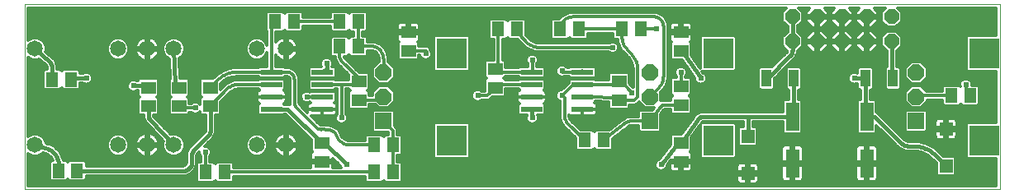
<source format=gtl>
G75*
%MOIN*%
%OFA0B0*%
%FSLAX24Y24*%
%IPPOS*%
%LPD*%
%AMOC8*
5,1,8,0,0,1.08239X$1,22.5*
%
%ADD10C,0.0000*%
%ADD11R,0.0591X0.0512*%
%ADD12R,0.0512X0.0591*%
%ADD13R,0.0660X0.0660*%
%ADD14OC8,0.0660*%
%ADD15R,0.1227X0.1227*%
%ADD16C,0.0650*%
%ADD17OC8,0.0600*%
%ADD18R,0.0551X0.1181*%
%ADD19R,0.0866X0.0236*%
%ADD20R,0.0394X0.0709*%
%ADD21R,0.0551X0.0551*%
%ADD22C,0.0120*%
%ADD23C,0.0240*%
%ADD24C,0.0160*%
D10*
X001160Y002930D02*
X001160Y010430D01*
X040530Y010430D01*
X040530Y002930D01*
X001160Y002930D01*
D11*
X006160Y006306D03*
X007410Y006306D03*
X008660Y006306D03*
X008660Y007054D03*
X007410Y007054D03*
X006160Y007054D03*
X013160Y004804D03*
X013160Y004056D03*
X014660Y006556D03*
X014660Y007304D03*
X016660Y008556D03*
X016660Y009304D03*
X020160Y007804D03*
X020160Y007056D03*
X025160Y007304D03*
X027660Y007104D03*
X025160Y006556D03*
X027660Y006356D03*
X027660Y004804D03*
X027660Y004056D03*
X027660Y008556D03*
X027660Y009304D03*
D12*
X026034Y009430D03*
X025286Y009430D03*
X023534Y009430D03*
X022786Y009430D03*
X021034Y009430D03*
X020286Y009430D03*
X014634Y009730D03*
X013886Y009730D03*
X012034Y009730D03*
X011286Y009730D03*
X013886Y008730D03*
X014634Y008730D03*
X003034Y007380D03*
X002286Y007380D03*
X002536Y003680D03*
X003284Y003680D03*
X008486Y003630D03*
X009234Y003630D03*
X015286Y003630D03*
X016034Y003630D03*
X016034Y004730D03*
X015286Y004730D03*
X023786Y004930D03*
X024534Y004930D03*
X038586Y006730D03*
X039334Y006730D03*
D13*
X037154Y005696D03*
X026404Y005696D03*
X015654Y005696D03*
D14*
X015654Y006680D03*
X015654Y007664D03*
X026404Y007664D03*
X026404Y006680D03*
X037154Y006680D03*
X037154Y007664D03*
D15*
X039910Y008452D03*
X029160Y008452D03*
X018410Y008452D03*
X018410Y004908D03*
X029160Y004908D03*
X039910Y004908D03*
D16*
X011719Y004730D03*
X010538Y004730D03*
X007191Y004730D03*
X006119Y004730D03*
X004938Y004730D03*
X001591Y004730D03*
X001591Y008630D03*
X004938Y008630D03*
X006119Y008630D03*
X007191Y008630D03*
X010538Y008630D03*
X011719Y008630D03*
D17*
X032160Y008930D03*
X033160Y008930D03*
X034160Y008930D03*
X035160Y008930D03*
X036160Y008930D03*
X036160Y009930D03*
X035160Y009930D03*
X034160Y009930D03*
X033160Y009930D03*
X032160Y009930D03*
D18*
X032160Y005875D03*
X035160Y005875D03*
X035160Y003985D03*
X032160Y003985D03*
D19*
X023684Y006180D03*
X023684Y006680D03*
X023684Y007180D03*
X023684Y007680D03*
X021636Y007680D03*
X021636Y007180D03*
X021636Y006680D03*
X021636Y006180D03*
X013184Y006180D03*
X013184Y006680D03*
X013184Y007180D03*
X013184Y007680D03*
X011136Y007680D03*
X011136Y007180D03*
X011136Y006680D03*
X011136Y006180D03*
D20*
X031109Y007430D03*
X032211Y007430D03*
X035109Y007430D03*
X036211Y007430D03*
D21*
X038360Y005378D03*
X038360Y003882D03*
X030360Y003582D03*
X030360Y005078D03*
D22*
X030756Y005063D02*
X035994Y005063D01*
X035876Y005182D02*
X035502Y005182D01*
X035485Y005164D02*
X035556Y005235D01*
X035556Y005502D01*
X036296Y004761D01*
X036355Y004702D01*
X036462Y004596D01*
X036741Y004480D01*
X037067Y004480D01*
X037197Y004471D01*
X037448Y004404D01*
X037672Y004275D01*
X037770Y004189D01*
X037824Y004136D01*
X037964Y003995D01*
X037964Y003557D01*
X038035Y003486D01*
X038685Y003486D01*
X038756Y003557D01*
X038756Y004207D01*
X038685Y004278D01*
X038247Y004278D01*
X038106Y004418D01*
X038053Y004472D01*
X037923Y004602D01*
X037605Y004785D01*
X037251Y004880D01*
X036892Y004880D01*
X036822Y004887D01*
X036692Y004941D01*
X036638Y004985D01*
X036579Y005044D01*
X035665Y005958D01*
X035556Y006067D01*
X035556Y006515D01*
X035485Y006585D01*
X035309Y006585D01*
X035309Y006956D01*
X035355Y006956D01*
X035426Y007026D01*
X035426Y007834D01*
X035355Y007904D01*
X034862Y007904D01*
X034792Y007834D01*
X034792Y007635D01*
X034708Y007670D01*
X034612Y007670D01*
X034524Y007633D01*
X034457Y007566D01*
X034420Y007478D01*
X034420Y007382D01*
X034457Y007294D01*
X034524Y007227D01*
X034612Y007190D01*
X034708Y007190D01*
X034792Y007225D01*
X034792Y007026D01*
X034862Y006956D01*
X034909Y006956D01*
X034909Y006585D01*
X034835Y006585D01*
X034764Y006515D01*
X034764Y005235D01*
X034835Y005164D01*
X035485Y005164D01*
X035556Y005300D02*
X035757Y005300D01*
X035639Y005419D02*
X035556Y005419D01*
X036086Y005537D02*
X036704Y005537D01*
X036704Y005419D02*
X036204Y005419D01*
X036323Y005300D02*
X036720Y005300D01*
X036704Y005316D02*
X036774Y005246D01*
X037534Y005246D01*
X037604Y005316D01*
X037604Y006075D01*
X037534Y006146D01*
X036774Y006146D01*
X036704Y006075D01*
X036704Y005316D01*
X036441Y005182D02*
X037924Y005182D01*
X037924Y005081D02*
X037935Y005041D01*
X037956Y005004D01*
X037986Y004974D01*
X038023Y004953D01*
X038063Y004942D01*
X038300Y004942D01*
X038300Y005318D01*
X038420Y005318D01*
X038420Y004942D01*
X038657Y004942D01*
X038697Y004953D01*
X038734Y004974D01*
X038764Y005004D01*
X038785Y005041D01*
X038796Y005081D01*
X038796Y005318D01*
X038420Y005318D01*
X038420Y005438D01*
X038796Y005438D01*
X038796Y005675D01*
X038785Y005715D01*
X038764Y005752D01*
X038734Y005782D01*
X038697Y005803D01*
X038657Y005814D01*
X038420Y005814D01*
X038420Y005438D01*
X038300Y005438D01*
X038300Y005318D01*
X037924Y005318D01*
X037924Y005081D01*
X037929Y005063D02*
X036560Y005063D01*
X036579Y005044D02*
X036579Y005044D01*
X036687Y004945D02*
X038056Y004945D01*
X038300Y004945D02*
X038420Y004945D01*
X038420Y005063D02*
X038300Y005063D01*
X038300Y005182D02*
X038420Y005182D01*
X038420Y005300D02*
X038300Y005300D01*
X038300Y005419D02*
X037604Y005419D01*
X037604Y005537D02*
X037924Y005537D01*
X037924Y005438D02*
X037924Y005675D01*
X037935Y005715D01*
X037956Y005752D01*
X037986Y005782D01*
X038023Y005803D01*
X038063Y005814D01*
X038300Y005814D01*
X038300Y005438D01*
X037924Y005438D01*
X037924Y005300D02*
X037588Y005300D01*
X038300Y005537D02*
X038420Y005537D01*
X038420Y005419D02*
X039177Y005419D01*
X039177Y005537D02*
X038796Y005537D01*
X038796Y005656D02*
X040370Y005656D01*
X040370Y005642D02*
X039247Y005642D01*
X039177Y005571D01*
X039177Y004245D01*
X039247Y004175D01*
X040370Y004175D01*
X040370Y003090D01*
X001320Y003090D01*
X001320Y004372D01*
X001340Y004353D01*
X001503Y004285D01*
X001680Y004285D01*
X001843Y004353D01*
X001910Y004420D01*
X002028Y004382D01*
X002113Y004341D01*
X002251Y004212D01*
X002301Y004095D01*
X002230Y004095D01*
X002160Y004025D01*
X002160Y003335D01*
X002230Y003265D01*
X002842Y003265D01*
X002910Y003333D01*
X002978Y003265D01*
X003590Y003265D01*
X003660Y003335D01*
X003660Y003480D01*
X007667Y003480D01*
X007870Y003564D01*
X008026Y003720D01*
X008110Y003923D01*
X008110Y004284D01*
X008113Y004314D01*
X008136Y004369D01*
X008155Y004392D01*
X008204Y004441D01*
X008214Y004451D01*
X008220Y004457D01*
X008220Y004382D01*
X008257Y004294D01*
X008285Y004265D01*
X008292Y004045D01*
X008180Y004045D01*
X008110Y003975D01*
X008110Y003285D01*
X008180Y003215D01*
X008792Y003215D01*
X008860Y003283D01*
X008928Y003215D01*
X009540Y003215D01*
X009610Y003285D01*
X009610Y003450D01*
X014910Y003450D01*
X014910Y003285D01*
X014980Y003215D01*
X015592Y003215D01*
X015660Y003283D01*
X015728Y003215D01*
X016340Y003215D01*
X016410Y003285D01*
X016410Y003975D01*
X016340Y004045D01*
X016214Y004045D01*
X016214Y004315D01*
X016340Y004315D01*
X016410Y004385D01*
X016410Y005075D01*
X016340Y005145D01*
X016214Y005145D01*
X016214Y005390D01*
X016104Y005500D01*
X016104Y006075D01*
X016034Y006146D01*
X015274Y006146D01*
X015204Y006075D01*
X015204Y005316D01*
X015274Y005246D01*
X015850Y005246D01*
X015854Y005241D01*
X015854Y005145D01*
X015728Y005145D01*
X015660Y005077D01*
X015592Y005145D01*
X014980Y005145D01*
X014910Y005075D01*
X014910Y004910D01*
X014296Y004910D01*
X014208Y004923D01*
X014044Y005000D01*
X013992Y005046D01*
X013893Y005252D01*
X013892Y005288D01*
X013862Y005316D01*
X013844Y005354D01*
X013810Y005366D01*
X013754Y005418D01*
X013754Y005419D02*
X015204Y005419D01*
X015204Y005537D02*
X013366Y005537D01*
X013358Y005538D02*
X013351Y005533D01*
X013254Y005537D01*
X013356Y005537D01*
X013358Y005538D02*
X013425Y005530D01*
X013492Y005528D01*
X013498Y005522D01*
X013546Y005516D01*
X013546Y005516D01*
X013754Y005418D01*
X013754Y005418D01*
X013879Y005300D02*
X015220Y005300D01*
X015654Y005696D02*
X016034Y005316D01*
X016034Y004730D01*
X016034Y003630D01*
X016410Y003641D02*
X027340Y003641D01*
X027344Y003640D02*
X027600Y003640D01*
X027600Y003996D01*
X027205Y003996D01*
X027205Y003779D01*
X027216Y003738D01*
X027237Y003702D01*
X027266Y003672D01*
X027303Y003651D01*
X027344Y003640D01*
X027210Y003760D02*
X027029Y003760D01*
X026996Y003727D02*
X027063Y003794D01*
X027100Y003882D01*
X027100Y003914D01*
X027256Y004116D01*
X027600Y004116D01*
X027600Y003996D01*
X027720Y003996D01*
X027720Y004116D01*
X028115Y004116D01*
X028115Y004333D01*
X028104Y004374D01*
X028083Y004410D01*
X028054Y004440D01*
X028030Y004453D01*
X028075Y004498D01*
X028075Y005039D01*
X028427Y005527D01*
X028427Y004245D01*
X028497Y004175D01*
X029823Y004175D01*
X029893Y004245D01*
X029893Y005571D01*
X029823Y005642D01*
X028509Y005642D01*
X028517Y005652D01*
X028533Y005675D01*
X030160Y005675D01*
X030160Y005474D01*
X030035Y005474D01*
X029964Y005403D01*
X029964Y004753D01*
X030035Y004682D01*
X030685Y004682D01*
X030756Y004753D01*
X030756Y005403D01*
X030685Y005474D01*
X030560Y005474D01*
X030560Y005675D01*
X031764Y005675D01*
X031764Y005235D01*
X031835Y005164D01*
X032485Y005164D01*
X032556Y005235D01*
X032556Y006515D01*
X032485Y006585D01*
X032411Y006585D01*
X032411Y006956D01*
X032458Y006956D01*
X032528Y007026D01*
X032528Y007834D01*
X032458Y007904D01*
X031965Y007904D01*
X031894Y007834D01*
X031894Y007026D01*
X031965Y006956D01*
X032011Y006956D01*
X032011Y006585D01*
X031835Y006585D01*
X031764Y006515D01*
X031764Y006075D01*
X028436Y006075D01*
X028266Y005988D01*
X028266Y005988D01*
X028266Y005988D01*
X028258Y005977D01*
X028216Y005919D01*
X028210Y005910D01*
X028161Y005843D01*
X028161Y005843D01*
X027684Y005180D01*
X027315Y005180D01*
X027245Y005110D01*
X027245Y004756D01*
X026783Y004158D01*
X026724Y004133D01*
X026657Y004066D01*
X026620Y003978D01*
X026620Y003882D01*
X026657Y003794D01*
X026724Y003727D01*
X026812Y003690D01*
X026908Y003690D01*
X026996Y003727D01*
X027098Y003878D02*
X027205Y003878D01*
X027164Y003997D02*
X027600Y003997D01*
X027600Y004115D02*
X027255Y004115D01*
X026841Y004234D02*
X019132Y004234D01*
X019143Y004245D02*
X019143Y005571D01*
X019073Y005642D01*
X017747Y005642D01*
X017677Y005571D01*
X017677Y004245D01*
X017747Y004175D01*
X019073Y004175D01*
X019143Y004245D01*
X019143Y004352D02*
X026933Y004352D01*
X027024Y004471D02*
X019143Y004471D01*
X019143Y004589D02*
X023410Y004589D01*
X023410Y004585D02*
X023480Y004515D01*
X024092Y004515D01*
X024160Y004583D01*
X024228Y004515D01*
X024840Y004515D01*
X024910Y004585D01*
X024910Y004991D01*
X025564Y005492D01*
X025580Y005502D01*
X025615Y005514D01*
X025634Y005516D01*
X025954Y005516D01*
X025954Y005316D01*
X026024Y005246D01*
X026784Y005246D01*
X026854Y005316D01*
X026854Y005992D01*
X026994Y006176D01*
X027245Y006176D01*
X027245Y006050D01*
X027315Y005980D01*
X028005Y005980D01*
X028075Y006050D01*
X028075Y006662D01*
X028007Y006730D01*
X028075Y006798D01*
X028075Y007410D01*
X028005Y007480D01*
X027840Y007480D01*
X027840Y007521D01*
X027863Y007544D01*
X027900Y007632D01*
X027900Y007728D01*
X027863Y007816D01*
X027796Y007883D01*
X027708Y007920D01*
X027612Y007920D01*
X027524Y007883D01*
X027457Y007816D01*
X027420Y007728D01*
X027420Y007632D01*
X027457Y007544D01*
X027480Y007521D01*
X027480Y007480D01*
X027315Y007480D01*
X027245Y007410D01*
X027245Y006798D01*
X027313Y006730D01*
X027245Y006662D01*
X027245Y006536D01*
X026965Y006536D01*
X026953Y006544D01*
X026892Y006536D01*
X026854Y006536D01*
X026854Y006866D01*
X026853Y006868D01*
X026879Y006895D01*
X026879Y006895D01*
X026962Y006977D01*
X026962Y006977D01*
X027079Y007181D01*
X027140Y007407D01*
X027140Y009653D01*
X027053Y009863D01*
X026893Y010023D01*
X026893Y010023D01*
X026683Y010110D01*
X023185Y010110D01*
X022889Y009988D01*
X022799Y009897D01*
X022760Y009879D01*
X022748Y009846D01*
X022747Y009845D01*
X022480Y009845D01*
X022410Y009775D01*
X022410Y009085D01*
X022480Y009015D01*
X023092Y009015D01*
X023160Y009083D01*
X023228Y009015D01*
X023840Y009015D01*
X023910Y009085D01*
X023910Y009250D01*
X024910Y009250D01*
X024910Y009085D01*
X024980Y009015D01*
X025106Y009015D01*
X025106Y008925D01*
X025244Y008591D01*
X025319Y008516D01*
X025466Y008369D01*
X025519Y008317D01*
X025581Y008246D01*
X025675Y008083D01*
X025724Y007901D01*
X025730Y007807D01*
X025730Y007061D01*
X025708Y007070D01*
X025700Y007070D01*
X025575Y007228D01*
X025575Y007610D01*
X025505Y007680D01*
X024815Y007680D01*
X024745Y007610D01*
X024745Y007360D01*
X024225Y007360D01*
X024166Y007418D01*
X023201Y007418D01*
X023131Y007348D01*
X023131Y007255D01*
X022845Y006970D01*
X022812Y006970D01*
X022724Y006933D01*
X022657Y006866D01*
X022620Y006778D01*
X022620Y006682D01*
X022657Y006594D01*
X022724Y006527D01*
X022780Y006503D01*
X022780Y005800D01*
X022882Y005553D01*
X022924Y005511D01*
X023410Y005025D01*
X023410Y004585D01*
X023410Y004708D02*
X019143Y004708D01*
X019143Y004826D02*
X023410Y004826D01*
X023410Y004945D02*
X019143Y004945D01*
X019143Y005063D02*
X023372Y005063D01*
X023254Y005182D02*
X019143Y005182D01*
X019143Y005300D02*
X023135Y005300D01*
X023017Y005419D02*
X019143Y005419D01*
X019143Y005537D02*
X022898Y005537D01*
X022882Y005553D02*
X022882Y005553D01*
X022840Y005656D02*
X021825Y005656D01*
X021796Y005627D02*
X021863Y005694D01*
X021900Y005782D01*
X021900Y005878D01*
X021873Y005942D01*
X022119Y005942D01*
X022189Y006012D01*
X022189Y006348D01*
X022126Y006411D01*
X022131Y006413D01*
X022168Y006434D01*
X022197Y006464D01*
X022219Y006500D01*
X022229Y006541D01*
X022229Y006680D01*
X022229Y006819D01*
X022219Y006860D01*
X022197Y006896D01*
X022168Y006926D01*
X022131Y006947D01*
X022126Y006949D01*
X022189Y007012D01*
X022189Y007348D01*
X022119Y007418D01*
X021154Y007418D01*
X021095Y007360D01*
X020575Y007360D01*
X020575Y007362D01*
X020507Y007430D01*
X020575Y007498D01*
X020575Y007500D01*
X021095Y007500D01*
X021154Y007442D01*
X022119Y007442D01*
X022189Y007512D01*
X022189Y007848D01*
X022119Y007918D01*
X021840Y007918D01*
X021840Y008021D01*
X021863Y008044D01*
X021900Y008132D01*
X021900Y008228D01*
X021863Y008316D01*
X021796Y008383D01*
X021708Y008420D01*
X021612Y008420D01*
X021524Y008383D01*
X021457Y008316D01*
X021420Y008228D01*
X021420Y008132D01*
X021457Y008044D01*
X021480Y008021D01*
X021480Y007918D01*
X021154Y007918D01*
X021095Y007860D01*
X020575Y007860D01*
X020575Y008110D01*
X020505Y008180D01*
X020466Y008180D01*
X020466Y009015D01*
X020592Y009015D01*
X020660Y009083D01*
X020728Y009015D01*
X021071Y009015D01*
X021085Y009000D01*
X021378Y008707D01*
X021378Y008707D01*
X021450Y008635D01*
X021450Y008635D01*
X021450Y008635D01*
X021776Y008500D01*
X024751Y008500D01*
X024774Y008477D01*
X024862Y008440D01*
X024958Y008440D01*
X025046Y008477D01*
X025113Y008544D01*
X025150Y008632D01*
X025150Y008728D01*
X025113Y008816D01*
X025046Y008883D01*
X024958Y008920D01*
X024862Y008920D01*
X024774Y008883D01*
X024751Y008860D01*
X021953Y008860D01*
X021850Y008870D01*
X021660Y008949D01*
X021580Y009014D01*
X021410Y009185D01*
X021410Y009775D01*
X021340Y009845D01*
X020728Y009845D01*
X020660Y009777D01*
X020592Y009845D01*
X019980Y009845D01*
X019910Y009775D01*
X019910Y009085D01*
X019980Y009015D01*
X020106Y009015D01*
X020106Y008180D01*
X019815Y008180D01*
X019745Y008110D01*
X019745Y007498D01*
X019813Y007430D01*
X019745Y007362D01*
X019745Y006910D01*
X019619Y006910D01*
X019596Y006933D01*
X019508Y006970D01*
X019412Y006970D01*
X019324Y006933D01*
X019257Y006866D01*
X019220Y006778D01*
X019220Y006682D01*
X019257Y006594D01*
X019324Y006527D01*
X019412Y006490D01*
X019508Y006490D01*
X019596Y006527D01*
X019619Y006550D01*
X019909Y006550D01*
X020039Y006680D01*
X020505Y006680D01*
X020575Y006750D01*
X020575Y007000D01*
X021095Y007000D01*
X021147Y006949D01*
X021142Y006947D01*
X021105Y006926D01*
X021075Y006896D01*
X021054Y006860D01*
X021043Y006819D01*
X021043Y006680D01*
X021043Y006541D01*
X021054Y006500D01*
X021075Y006464D01*
X021105Y006434D01*
X021142Y006413D01*
X021147Y006411D01*
X021083Y006348D01*
X021083Y006012D01*
X021154Y005942D01*
X021436Y005942D01*
X021436Y005917D01*
X021420Y005878D01*
X021420Y005782D01*
X021457Y005694D01*
X021524Y005627D01*
X021612Y005590D01*
X021708Y005590D01*
X021796Y005627D01*
X021897Y005774D02*
X022791Y005774D01*
X022780Y005893D02*
X021894Y005893D01*
X021660Y005830D02*
X021636Y005830D01*
X021426Y005893D02*
X016104Y005893D01*
X016104Y006011D02*
X021084Y006011D01*
X021083Y006130D02*
X016050Y006130D01*
X015858Y006248D02*
X021083Y006248D01*
X021102Y006367D02*
X015977Y006367D01*
X016095Y006485D02*
X021063Y006485D01*
X021043Y006604D02*
X019962Y006604D01*
X019834Y006730D02*
X020160Y007056D01*
X020160Y007180D01*
X021636Y007180D01*
X021136Y006959D02*
X020575Y006959D01*
X020575Y006841D02*
X021049Y006841D01*
X021043Y006722D02*
X020547Y006722D01*
X021043Y006680D02*
X021636Y006680D01*
X021043Y006680D01*
X021636Y006680D02*
X021636Y006680D01*
X022229Y006680D01*
X021636Y006680D01*
X021636Y006680D01*
X022136Y006959D02*
X022786Y006959D01*
X022646Y006841D02*
X022224Y006841D01*
X022229Y006722D02*
X022620Y006722D01*
X022653Y006604D02*
X022229Y006604D01*
X022210Y006485D02*
X022780Y006485D01*
X022780Y006367D02*
X022171Y006367D01*
X022189Y006248D02*
X022780Y006248D01*
X022780Y006130D02*
X022189Y006130D01*
X022188Y006011D02*
X022780Y006011D01*
X022960Y005934D02*
X022960Y006630D01*
X022860Y006730D01*
X023310Y007180D01*
X023684Y007180D01*
X025036Y007180D01*
X025160Y007304D01*
X025286Y007304D01*
X025660Y006830D01*
X025910Y006680D02*
X025760Y006530D01*
X025186Y006530D01*
X025160Y006556D01*
X025134Y006656D01*
X023910Y006680D01*
X023684Y006680D01*
X024173Y006449D02*
X024218Y006494D01*
X024745Y006484D01*
X024745Y006250D01*
X024815Y006180D01*
X025505Y006180D01*
X025575Y006250D01*
X025575Y006350D01*
X025835Y006350D01*
X025940Y006455D01*
X025966Y006482D01*
X026218Y006230D01*
X026583Y006230D01*
X026519Y006146D01*
X026024Y006146D01*
X025954Y006075D01*
X025954Y005876D01*
X025556Y005876D01*
X025407Y005826D01*
X025405Y005823D01*
X025298Y005742D01*
X025286Y005733D01*
X025286Y005733D01*
X024780Y005345D01*
X024228Y005345D01*
X024160Y005277D01*
X024092Y005345D01*
X023599Y005345D01*
X023284Y005660D01*
X023245Y005700D01*
X023232Y005713D01*
X023193Y005760D01*
X023146Y005873D01*
X023140Y005934D01*
X023140Y005946D01*
X023152Y005934D01*
X023189Y005913D01*
X023229Y005902D01*
X023684Y005902D01*
X024138Y005902D01*
X024178Y005913D01*
X024215Y005934D01*
X024245Y005964D01*
X024266Y006000D01*
X024277Y006041D01*
X024277Y006180D01*
X024277Y006319D01*
X024266Y006360D01*
X024245Y006396D01*
X024215Y006426D01*
X024178Y006447D01*
X024173Y006449D01*
X024210Y006485D02*
X024672Y006485D01*
X024745Y006367D02*
X024262Y006367D01*
X024277Y006248D02*
X024747Y006248D01*
X024277Y006180D02*
X023684Y006180D01*
X023684Y006180D01*
X024277Y006180D01*
X024277Y006130D02*
X026008Y006130D01*
X025954Y006011D02*
X024269Y006011D01*
X023684Y006011D02*
X023684Y006011D01*
X023684Y005902D02*
X023684Y006180D01*
X023684Y006180D01*
X023684Y005902D01*
X023104Y005586D02*
X023075Y005618D01*
X023049Y005652D01*
X023026Y005688D01*
X023006Y005726D01*
X022990Y005766D01*
X022977Y005807D01*
X022967Y005849D01*
X022962Y005891D01*
X022960Y005934D01*
X023144Y005893D02*
X025954Y005893D01*
X025634Y005696D02*
X026404Y005696D01*
X026904Y006356D01*
X027660Y006356D01*
X028075Y006367D02*
X031764Y006367D01*
X031764Y006485D02*
X028075Y006485D01*
X028075Y006604D02*
X032011Y006604D01*
X032011Y006722D02*
X028015Y006722D01*
X028075Y006841D02*
X032011Y006841D01*
X031961Y006959D02*
X031359Y006959D01*
X031355Y006956D02*
X031426Y007026D01*
X031426Y007413D01*
X032256Y008244D01*
X032276Y008263D01*
X032360Y008466D01*
X032360Y008536D01*
X032580Y008756D01*
X032580Y009104D01*
X032360Y009324D01*
X032360Y009536D01*
X032580Y009756D01*
X032580Y010104D01*
X032414Y010270D01*
X032849Y010270D01*
X032700Y010121D01*
X032700Y009970D01*
X033120Y009970D01*
X033120Y009890D01*
X033200Y009890D01*
X033200Y009970D01*
X033620Y009970D01*
X033620Y010121D01*
X033471Y010270D01*
X033849Y010270D01*
X033700Y010121D01*
X033700Y009970D01*
X034120Y009970D01*
X034120Y009890D01*
X034200Y009890D01*
X034200Y009970D01*
X034620Y009970D01*
X034620Y010121D01*
X034471Y010270D01*
X034849Y010270D01*
X034700Y010121D01*
X034700Y009970D01*
X035120Y009970D01*
X035120Y009890D01*
X035200Y009890D01*
X035200Y009970D01*
X035620Y009970D01*
X035620Y010121D01*
X035471Y010270D01*
X035906Y010270D01*
X035740Y010104D01*
X035740Y009756D01*
X035986Y009510D01*
X036334Y009510D01*
X036580Y009756D01*
X036580Y010104D01*
X036414Y010270D01*
X040370Y010270D01*
X040370Y009185D01*
X039247Y009185D01*
X039177Y009115D01*
X039177Y007789D01*
X039247Y007718D01*
X040370Y007718D01*
X040370Y005642D01*
X040370Y005774D02*
X038741Y005774D01*
X038420Y005774D02*
X038300Y005774D01*
X038300Y005656D02*
X038420Y005656D01*
X037979Y005774D02*
X037604Y005774D01*
X037604Y005656D02*
X037924Y005656D01*
X037604Y005893D02*
X040370Y005893D01*
X040370Y006011D02*
X037604Y006011D01*
X037550Y006130D02*
X040370Y006130D01*
X040370Y006248D02*
X037358Y006248D01*
X037340Y006230D02*
X037604Y006494D01*
X037604Y006550D01*
X038210Y006550D01*
X038210Y006385D01*
X038280Y006315D01*
X038892Y006315D01*
X038960Y006383D01*
X039028Y006315D01*
X039640Y006315D01*
X039710Y006385D01*
X039710Y007075D01*
X039640Y007145D01*
X039400Y007145D01*
X039400Y007228D01*
X039363Y007316D01*
X039296Y007383D01*
X039208Y007420D01*
X039112Y007420D01*
X039024Y007383D01*
X038957Y007316D01*
X038920Y007228D01*
X038920Y007132D01*
X038931Y007106D01*
X038892Y007145D01*
X038280Y007145D01*
X038210Y007075D01*
X038210Y006910D01*
X037560Y006910D01*
X037340Y007130D01*
X036968Y007130D01*
X036704Y006866D01*
X036704Y006494D01*
X036968Y006230D01*
X037340Y006230D01*
X037477Y006367D02*
X038229Y006367D01*
X038210Y006485D02*
X037595Y006485D01*
X037204Y006730D02*
X037154Y006680D01*
X037204Y006730D02*
X038586Y006730D01*
X039160Y006904D02*
X039334Y006730D01*
X039160Y006904D02*
X039160Y007180D01*
X039400Y007196D02*
X040370Y007196D01*
X040370Y007078D02*
X039707Y007078D01*
X039710Y006959D02*
X040370Y006959D01*
X040370Y006841D02*
X039710Y006841D01*
X039710Y006722D02*
X040370Y006722D01*
X040370Y006604D02*
X039710Y006604D01*
X039710Y006485D02*
X040370Y006485D01*
X040370Y006367D02*
X039691Y006367D01*
X038977Y006367D02*
X038943Y006367D01*
X036950Y006248D02*
X035556Y006248D01*
X035556Y006130D02*
X036758Y006130D01*
X036704Y006011D02*
X035612Y006011D01*
X035665Y005958D02*
X035665Y005958D01*
X035730Y005893D02*
X036704Y005893D01*
X036704Y005774D02*
X035849Y005774D01*
X035967Y005656D02*
X036704Y005656D01*
X034764Y005656D02*
X032556Y005656D01*
X032556Y005774D02*
X034764Y005774D01*
X034764Y005893D02*
X032556Y005893D01*
X032556Y006011D02*
X034764Y006011D01*
X034764Y006130D02*
X032556Y006130D01*
X032556Y006248D02*
X034764Y006248D01*
X034764Y006367D02*
X032556Y006367D01*
X032556Y006485D02*
X034764Y006485D01*
X034909Y006604D02*
X032411Y006604D01*
X032411Y006722D02*
X034909Y006722D01*
X034909Y006841D02*
X032411Y006841D01*
X032461Y006959D02*
X034859Y006959D01*
X034792Y007078D02*
X032528Y007078D01*
X032528Y007196D02*
X034598Y007196D01*
X034722Y007196D02*
X034792Y007196D01*
X034448Y007315D02*
X032528Y007315D01*
X032528Y007433D02*
X034420Y007433D01*
X034451Y007552D02*
X032528Y007552D01*
X032528Y007670D02*
X034792Y007670D01*
X034792Y007789D02*
X032528Y007789D01*
X032157Y008144D02*
X035960Y008144D01*
X035960Y008026D02*
X032038Y008026D01*
X031920Y007907D02*
X035960Y007907D01*
X035960Y007900D02*
X035894Y007834D01*
X035894Y007026D01*
X035965Y006956D01*
X036458Y006956D01*
X036528Y007026D01*
X036528Y007834D01*
X036458Y007904D01*
X036360Y007904D01*
X036360Y008536D01*
X036580Y008756D01*
X036580Y009104D01*
X036334Y009350D01*
X035986Y009350D01*
X035740Y009104D01*
X035740Y008756D01*
X035960Y008536D01*
X035960Y007900D01*
X035894Y007789D02*
X035426Y007789D01*
X035426Y007670D02*
X035894Y007670D01*
X035894Y007552D02*
X035426Y007552D01*
X035426Y007433D02*
X035894Y007433D01*
X035894Y007315D02*
X035426Y007315D01*
X035426Y007196D02*
X035894Y007196D01*
X035894Y007078D02*
X035426Y007078D01*
X035359Y006959D02*
X035961Y006959D01*
X035309Y006841D02*
X036704Y006841D01*
X036704Y006722D02*
X035309Y006722D01*
X035309Y006604D02*
X036704Y006604D01*
X036713Y006485D02*
X035556Y006485D01*
X035556Y006367D02*
X036831Y006367D01*
X036797Y006959D02*
X036461Y006959D01*
X036528Y007078D02*
X036915Y007078D01*
X036968Y007214D02*
X037340Y007214D01*
X037604Y007478D01*
X037604Y007851D01*
X037340Y008114D01*
X036968Y008114D01*
X036704Y007851D01*
X036704Y007478D01*
X036968Y007214D01*
X036867Y007315D02*
X036528Y007315D01*
X036528Y007433D02*
X036749Y007433D01*
X036704Y007552D02*
X036528Y007552D01*
X036528Y007670D02*
X036704Y007670D01*
X036704Y007789D02*
X036528Y007789D01*
X036360Y007907D02*
X036760Y007907D01*
X036879Y008026D02*
X036360Y008026D01*
X036360Y008144D02*
X039177Y008144D01*
X039177Y008026D02*
X037429Y008026D01*
X037548Y007907D02*
X039177Y007907D01*
X039177Y007789D02*
X037604Y007789D01*
X037604Y007670D02*
X040370Y007670D01*
X040370Y007552D02*
X037604Y007552D01*
X037559Y007433D02*
X040370Y007433D01*
X040370Y007315D02*
X039364Y007315D01*
X038956Y007315D02*
X037441Y007315D01*
X037393Y007078D02*
X038213Y007078D01*
X038210Y006959D02*
X037511Y006959D01*
X036528Y007196D02*
X038920Y007196D01*
X039177Y008263D02*
X036360Y008263D01*
X036360Y008381D02*
X039177Y008381D01*
X039177Y008500D02*
X036360Y008500D01*
X036442Y008618D02*
X039177Y008618D01*
X039177Y008737D02*
X036560Y008737D01*
X036580Y008855D02*
X039177Y008855D01*
X039177Y008974D02*
X036580Y008974D01*
X036580Y009092D02*
X039177Y009092D01*
X040370Y009211D02*
X036473Y009211D01*
X036355Y009329D02*
X040370Y009329D01*
X040370Y009448D02*
X032360Y009448D01*
X032360Y009329D02*
X032908Y009329D01*
X032969Y009390D02*
X032700Y009121D01*
X032700Y008970D01*
X033120Y008970D01*
X033120Y009390D01*
X032969Y009390D01*
X032969Y009470D02*
X033120Y009470D01*
X033120Y009890D01*
X032700Y009890D01*
X032700Y009739D01*
X032969Y009470D01*
X032873Y009566D02*
X032390Y009566D01*
X032508Y009685D02*
X032755Y009685D01*
X032700Y009803D02*
X032580Y009803D01*
X032580Y009922D02*
X033120Y009922D01*
X033200Y009922D02*
X034120Y009922D01*
X034120Y009890D02*
X033700Y009890D01*
X033700Y009739D01*
X033969Y009470D01*
X034120Y009470D01*
X034120Y009890D01*
X034200Y009890D02*
X034200Y009470D01*
X034351Y009470D01*
X034620Y009739D01*
X034620Y009890D01*
X034200Y009890D01*
X034200Y009922D02*
X035120Y009922D01*
X035120Y009890D02*
X034700Y009890D01*
X034700Y009739D01*
X034969Y009470D01*
X035120Y009470D01*
X035120Y009890D01*
X035200Y009890D02*
X035200Y009470D01*
X035351Y009470D01*
X035620Y009739D01*
X035620Y009890D01*
X035200Y009890D01*
X035200Y009922D02*
X035740Y009922D01*
X035740Y010040D02*
X035620Y010040D01*
X035582Y010159D02*
X035795Y010159D01*
X036525Y010159D02*
X040370Y010159D01*
X040370Y010040D02*
X036580Y010040D01*
X036580Y009922D02*
X040370Y009922D01*
X040370Y009803D02*
X036580Y009803D01*
X036508Y009685D02*
X040370Y009685D01*
X040370Y009566D02*
X036390Y009566D01*
X035930Y009566D02*
X035447Y009566D01*
X035565Y009685D02*
X035812Y009685D01*
X035740Y009803D02*
X035620Y009803D01*
X035200Y009803D02*
X035120Y009803D01*
X035120Y009685D02*
X035200Y009685D01*
X035200Y009566D02*
X035120Y009566D01*
X034873Y009566D02*
X034447Y009566D01*
X034565Y009685D02*
X034755Y009685D01*
X034700Y009803D02*
X034620Y009803D01*
X034200Y009803D02*
X034120Y009803D01*
X034120Y009685D02*
X034200Y009685D01*
X034200Y009566D02*
X034120Y009566D01*
X033873Y009566D02*
X033447Y009566D01*
X033351Y009470D02*
X033620Y009739D01*
X033620Y009890D01*
X033200Y009890D01*
X033200Y009470D01*
X033351Y009470D01*
X033351Y009390D02*
X033200Y009390D01*
X033200Y008970D01*
X033620Y008970D01*
X033620Y009121D01*
X033351Y009390D01*
X033412Y009329D02*
X033908Y009329D01*
X033969Y009390D02*
X033700Y009121D01*
X033700Y008970D01*
X034120Y008970D01*
X034120Y009390D01*
X033969Y009390D01*
X034120Y009329D02*
X034200Y009329D01*
X034200Y009390D02*
X034351Y009390D01*
X034620Y009121D01*
X034620Y008970D01*
X034200Y008970D01*
X034200Y008890D01*
X034620Y008890D01*
X034620Y008739D01*
X034351Y008470D01*
X034200Y008470D01*
X034200Y008890D01*
X034120Y008890D01*
X034120Y008470D01*
X033969Y008470D01*
X033700Y008739D01*
X033700Y008890D01*
X034120Y008890D01*
X034120Y008970D01*
X034200Y008970D01*
X034200Y009390D01*
X034200Y009211D02*
X034120Y009211D01*
X034120Y009092D02*
X034200Y009092D01*
X034200Y008974D02*
X034120Y008974D01*
X034120Y008855D02*
X034200Y008855D01*
X034200Y008737D02*
X034120Y008737D01*
X034120Y008618D02*
X034200Y008618D01*
X034200Y008500D02*
X034120Y008500D01*
X033940Y008500D02*
X033380Y008500D01*
X033351Y008470D02*
X033620Y008739D01*
X033620Y008890D01*
X033200Y008890D01*
X033200Y008970D01*
X033120Y008970D01*
X033120Y008890D01*
X033200Y008890D01*
X033200Y008470D01*
X033351Y008470D01*
X033200Y008500D02*
X033120Y008500D01*
X033120Y008470D02*
X033120Y008890D01*
X032700Y008890D01*
X032700Y008739D01*
X032969Y008470D01*
X033120Y008470D01*
X033120Y008618D02*
X033200Y008618D01*
X033200Y008737D02*
X033120Y008737D01*
X033120Y008855D02*
X033200Y008855D01*
X033200Y008974D02*
X033120Y008974D01*
X033120Y009092D02*
X033200Y009092D01*
X033200Y009211D02*
X033120Y009211D01*
X033120Y009329D02*
X033200Y009329D01*
X033530Y009211D02*
X033790Y009211D01*
X033700Y009092D02*
X033620Y009092D01*
X033620Y008974D02*
X033700Y008974D01*
X033700Y008855D02*
X033620Y008855D01*
X033617Y008737D02*
X033703Y008737D01*
X033821Y008618D02*
X033499Y008618D01*
X032940Y008500D02*
X032360Y008500D01*
X032325Y008381D02*
X035960Y008381D01*
X035960Y008263D02*
X032275Y008263D01*
X032276Y008263D02*
X032276Y008263D01*
X032256Y008244D02*
X032256Y008244D01*
X031828Y008381D02*
X029893Y008381D01*
X029893Y008263D02*
X031710Y008263D01*
X031591Y008144D02*
X029893Y008144D01*
X029893Y008026D02*
X031473Y008026D01*
X031354Y007907D02*
X029893Y007907D01*
X029893Y007789D02*
X029893Y009115D01*
X029823Y009185D01*
X028497Y009185D01*
X028427Y009115D01*
X028427Y007837D01*
X028075Y008359D01*
X028075Y008862D01*
X028030Y008907D01*
X028054Y008920D01*
X028083Y008950D01*
X028104Y008986D01*
X028115Y009027D01*
X028115Y009244D01*
X027720Y009244D01*
X027720Y009364D01*
X028115Y009364D01*
X028115Y009581D01*
X028104Y009622D01*
X028083Y009658D01*
X028054Y009688D01*
X028017Y009709D01*
X027976Y009720D01*
X027720Y009720D01*
X027720Y009364D01*
X027600Y009364D01*
X027600Y009244D01*
X027205Y009244D01*
X027205Y009027D01*
X027216Y008986D01*
X027237Y008950D01*
X027266Y008920D01*
X027290Y008907D01*
X027245Y008862D01*
X027245Y008250D01*
X027315Y008180D01*
X027713Y008180D01*
X028220Y007428D01*
X028220Y007382D01*
X028257Y007294D01*
X028324Y007227D01*
X028412Y007190D01*
X028508Y007190D01*
X028596Y007227D01*
X028663Y007294D01*
X028700Y007382D01*
X028700Y007478D01*
X028663Y007566D01*
X028596Y007633D01*
X028552Y007652D01*
X028507Y007718D01*
X029823Y007718D01*
X029893Y007789D01*
X030792Y007789D01*
X030792Y007834D02*
X030792Y007026D01*
X030862Y006956D01*
X031355Y006956D01*
X031426Y007078D02*
X031894Y007078D01*
X031894Y007196D02*
X031426Y007196D01*
X031426Y007315D02*
X031894Y007315D01*
X031894Y007433D02*
X031446Y007433D01*
X031564Y007552D02*
X031894Y007552D01*
X031894Y007670D02*
X031683Y007670D01*
X031801Y007789D02*
X031894Y007789D01*
X031351Y007904D02*
X030862Y007904D01*
X030792Y007834D01*
X030792Y007670D02*
X028539Y007670D01*
X028669Y007552D02*
X030792Y007552D01*
X030792Y007433D02*
X028700Y007433D01*
X028672Y007315D02*
X030792Y007315D01*
X030792Y007196D02*
X028522Y007196D01*
X028398Y007196D02*
X028075Y007196D01*
X028075Y007078D02*
X030792Y007078D01*
X030859Y006959D02*
X028075Y006959D01*
X027660Y007104D02*
X027660Y007680D01*
X027900Y007670D02*
X028057Y007670D01*
X027977Y007789D02*
X027875Y007789D01*
X027897Y007907D02*
X027739Y007907D01*
X027817Y008026D02*
X027140Y008026D01*
X027140Y008144D02*
X027738Y008144D01*
X028140Y008263D02*
X028427Y008263D01*
X028427Y008381D02*
X028075Y008381D01*
X028075Y008500D02*
X028427Y008500D01*
X028427Y008618D02*
X028075Y008618D01*
X028075Y008737D02*
X028427Y008737D01*
X028427Y008855D02*
X028075Y008855D01*
X028097Y008974D02*
X028427Y008974D01*
X028427Y009092D02*
X028115Y009092D01*
X028115Y009211D02*
X031847Y009211D01*
X031740Y009104D02*
X031740Y008756D01*
X031955Y008541D01*
X031934Y008491D01*
X031915Y008468D01*
X031351Y007904D01*
X031938Y008500D02*
X029893Y008500D01*
X029893Y008618D02*
X031878Y008618D01*
X031760Y008737D02*
X029893Y008737D01*
X029893Y008855D02*
X031740Y008855D01*
X031740Y008974D02*
X029893Y008974D01*
X029893Y009092D02*
X031740Y009092D01*
X031740Y009104D02*
X031960Y009324D01*
X031960Y009536D01*
X031740Y009756D01*
X031740Y010104D01*
X031906Y010270D01*
X001320Y010270D01*
X001320Y008988D01*
X001340Y009007D01*
X001503Y009075D01*
X001680Y009075D01*
X001843Y009007D01*
X001969Y008882D01*
X002036Y008718D01*
X002036Y008542D01*
X002024Y008512D01*
X002250Y008310D01*
X002257Y008310D01*
X002311Y008256D01*
X002369Y008205D01*
X002369Y008198D01*
X002397Y008170D01*
X002397Y008170D01*
X002486Y007956D01*
X002486Y007795D01*
X002592Y007795D01*
X002660Y007727D01*
X002728Y007795D01*
X003340Y007795D01*
X003410Y007725D01*
X003410Y007630D01*
X003521Y007630D01*
X003524Y007633D01*
X003612Y007670D01*
X003708Y007670D01*
X003796Y007633D01*
X003863Y007566D01*
X003900Y007478D01*
X003900Y007382D01*
X003863Y007294D01*
X003796Y007227D01*
X003708Y007190D01*
X003612Y007190D01*
X003524Y007227D01*
X003521Y007230D01*
X003410Y007230D01*
X003410Y007035D01*
X003340Y006965D01*
X002728Y006965D01*
X002660Y007033D01*
X002592Y006965D01*
X001980Y006965D01*
X001910Y007035D01*
X001910Y007725D01*
X001980Y007795D01*
X002086Y007795D01*
X002086Y007840D01*
X002082Y007876D01*
X002055Y007941D01*
X002034Y007967D01*
X001755Y008216D01*
X001680Y008185D01*
X001503Y008185D01*
X001340Y008253D01*
X001320Y008272D01*
X001320Y005088D01*
X001340Y005107D01*
X001503Y005175D01*
X001680Y005175D01*
X001843Y005107D01*
X001969Y004982D01*
X002036Y004818D01*
X002036Y004799D01*
X002081Y004785D01*
X002085Y004787D01*
X002160Y004760D01*
X002235Y004736D01*
X002237Y004732D01*
X002332Y004698D01*
X002332Y004698D01*
X002594Y004452D01*
X002594Y004452D01*
X002736Y004122D01*
X002736Y004095D01*
X002842Y004095D01*
X002910Y004027D01*
X002978Y004095D01*
X003590Y004095D01*
X003660Y004025D01*
X003660Y003880D01*
X007556Y003880D01*
X007586Y003883D01*
X007642Y003906D01*
X007684Y003948D01*
X007707Y004004D01*
X007710Y004034D01*
X007710Y004394D01*
X007794Y004597D01*
X007794Y004597D01*
X007814Y004616D01*
X007921Y004723D01*
X007931Y004734D01*
X008445Y005248D01*
X008452Y005256D01*
X008459Y005274D01*
X008460Y005284D01*
X008460Y005930D01*
X008315Y005930D01*
X008245Y006000D01*
X008245Y006075D01*
X008196Y006027D01*
X008108Y005990D01*
X008012Y005990D01*
X007924Y006027D01*
X007901Y006050D01*
X007825Y006050D01*
X007825Y006000D01*
X007755Y005930D01*
X007065Y005930D01*
X006995Y006000D01*
X006995Y006612D01*
X007063Y006680D01*
X006995Y006748D01*
X006995Y007360D01*
X007045Y007410D01*
X007009Y008224D01*
X006940Y008253D01*
X006814Y008378D01*
X006747Y008542D01*
X006747Y008718D01*
X006814Y008882D01*
X006940Y009007D01*
X007103Y009075D01*
X007280Y009075D01*
X007443Y009007D01*
X007569Y008882D01*
X007636Y008718D01*
X007636Y008542D01*
X007569Y008378D01*
X007443Y008253D01*
X007409Y008239D01*
X007445Y007430D01*
X007755Y007430D01*
X007825Y007360D01*
X007825Y006748D01*
X007757Y006680D01*
X007825Y006612D01*
X007825Y006410D01*
X007901Y006410D01*
X007924Y006433D01*
X008012Y006470D01*
X008108Y006470D01*
X008196Y006433D01*
X008245Y006385D01*
X008245Y006612D01*
X008313Y006680D01*
X008245Y006748D01*
X008245Y007360D01*
X008315Y007430D01*
X008781Y007430D01*
X008899Y007547D01*
X008899Y007547D01*
X008962Y007611D01*
X008962Y007611D01*
X009247Y007775D01*
X009247Y007775D01*
X009564Y007860D01*
X010595Y007860D01*
X010654Y007918D01*
X010956Y007918D01*
X010956Y008478D01*
X010915Y008378D01*
X010790Y008253D01*
X010626Y008185D01*
X010449Y008185D01*
X010286Y008253D01*
X010161Y008378D01*
X010093Y008542D01*
X010093Y008718D01*
X010161Y008882D01*
X010286Y009007D01*
X010449Y009075D01*
X010626Y009075D01*
X010790Y009007D01*
X010915Y008882D01*
X010956Y008782D01*
X010956Y009339D01*
X010910Y009385D01*
X010910Y010075D01*
X010980Y010145D01*
X011592Y010145D01*
X011660Y010077D01*
X011728Y010145D01*
X012340Y010145D01*
X012410Y010075D01*
X012410Y009910D01*
X013510Y009910D01*
X013510Y010075D01*
X013580Y010145D01*
X014192Y010145D01*
X014260Y010077D01*
X014328Y010145D01*
X014940Y010145D01*
X015010Y010075D01*
X015010Y009385D01*
X014940Y009315D01*
X014814Y009315D01*
X014814Y009145D01*
X014940Y009145D01*
X015010Y009075D01*
X015010Y008910D01*
X015318Y008910D01*
X015517Y008828D01*
X015517Y008828D01*
X015540Y008804D01*
X015540Y008804D01*
X015676Y008668D01*
X015727Y008617D01*
X015727Y008617D01*
X015840Y008345D01*
X015840Y008114D01*
X015840Y008114D01*
X016104Y007851D01*
X016104Y007478D01*
X015840Y007214D01*
X015468Y007214D01*
X015204Y007478D01*
X015204Y007851D01*
X015468Y008114D01*
X015480Y008114D01*
X015480Y008198D01*
X015473Y008272D01*
X015416Y008409D01*
X015369Y008466D01*
X015361Y008475D01*
X015338Y008497D01*
X015311Y008520D01*
X015246Y008547D01*
X015211Y008550D01*
X015010Y008550D01*
X015010Y008385D01*
X014940Y008315D01*
X014328Y008315D01*
X014260Y008383D01*
X014192Y008315D01*
X014066Y008315D01*
X014068Y008299D01*
X014082Y008265D01*
X014094Y008251D01*
X014665Y007680D01*
X015005Y007680D01*
X015075Y007610D01*
X015075Y006998D01*
X015007Y006930D01*
X015075Y006862D01*
X015075Y006736D01*
X015204Y006736D01*
X015204Y006866D01*
X015468Y007130D01*
X015840Y007130D01*
X016104Y006866D01*
X016104Y006494D01*
X015840Y006230D01*
X015468Y006230D01*
X015322Y006376D01*
X015075Y006376D01*
X015075Y006250D01*
X015005Y006180D01*
X014315Y006180D01*
X014245Y006250D01*
X014245Y006862D01*
X014313Y006930D01*
X014245Y006998D01*
X014245Y007000D01*
X014140Y007000D01*
X014140Y005989D01*
X014163Y005966D01*
X014200Y005878D01*
X014200Y005782D01*
X014163Y005694D01*
X014096Y005627D01*
X014008Y005590D01*
X013912Y005590D01*
X013824Y005627D01*
X013757Y005694D01*
X013720Y005782D01*
X013720Y005878D01*
X013757Y005966D01*
X013780Y005989D01*
X013780Y007000D01*
X013725Y007000D01*
X013666Y006942D01*
X012701Y006942D01*
X012631Y007012D01*
X012631Y007348D01*
X012701Y007418D01*
X013666Y007418D01*
X013725Y007360D01*
X014245Y007360D01*
X014245Y007591D01*
X013787Y008049D01*
X013787Y008049D01*
X013775Y008060D01*
X013706Y008227D01*
X013706Y008315D01*
X013580Y008315D01*
X013510Y008385D01*
X013510Y009075D01*
X013580Y009145D01*
X014192Y009145D01*
X014260Y009077D01*
X014328Y009145D01*
X014454Y009145D01*
X014454Y009315D01*
X014328Y009315D01*
X014260Y009383D01*
X014192Y009315D01*
X013580Y009315D01*
X013510Y009385D01*
X013510Y009550D01*
X012410Y009550D01*
X012410Y009385D01*
X012340Y009315D01*
X011728Y009315D01*
X011660Y009383D01*
X011592Y009315D01*
X011316Y009315D01*
X011316Y008901D01*
X011349Y008946D01*
X011403Y009000D01*
X011465Y009045D01*
X011533Y009079D01*
X011606Y009103D01*
X011671Y009113D01*
X011671Y008678D01*
X011767Y008678D01*
X011767Y009113D01*
X011833Y009103D01*
X011905Y009079D01*
X011973Y009045D01*
X012035Y009000D01*
X012089Y008946D01*
X012134Y008884D01*
X012168Y008816D01*
X012192Y008744D01*
X012202Y008678D01*
X011767Y008678D01*
X011767Y008582D01*
X011767Y008147D01*
X011833Y008157D01*
X011905Y008181D01*
X011973Y008215D01*
X012035Y008260D01*
X012089Y008314D01*
X012134Y008376D01*
X012168Y008444D01*
X012192Y008516D01*
X012202Y008582D01*
X011767Y008582D01*
X011671Y008582D01*
X011671Y008147D01*
X011606Y008157D01*
X011533Y008181D01*
X011465Y008215D01*
X011403Y008260D01*
X011349Y008314D01*
X011316Y008359D01*
X011316Y007918D01*
X011619Y007918D01*
X011677Y007860D01*
X011862Y007860D01*
X012036Y007788D01*
X012036Y007788D01*
X012168Y007656D01*
X012168Y007656D01*
X012240Y007482D01*
X012240Y006481D01*
X012244Y006445D01*
X012271Y006379D01*
X012294Y006351D01*
X012591Y006054D01*
X012591Y006180D01*
X013184Y006180D01*
X013777Y006180D01*
X013777Y006319D01*
X013766Y006360D01*
X013745Y006396D01*
X013715Y006426D01*
X013678Y006447D01*
X013673Y006449D01*
X013737Y006512D01*
X013737Y006848D01*
X013666Y006918D01*
X012701Y006918D01*
X012675Y006892D01*
X012608Y006920D01*
X012512Y006920D01*
X012424Y006883D01*
X012357Y006816D01*
X012320Y006728D01*
X012320Y006632D01*
X012357Y006544D01*
X012424Y006477D01*
X012512Y006440D01*
X012608Y006440D01*
X012675Y006468D01*
X012694Y006449D01*
X012689Y006447D01*
X012652Y006426D01*
X012623Y006396D01*
X012601Y006360D01*
X012591Y006319D01*
X012591Y006180D01*
X013184Y006180D01*
X013184Y006180D01*
X013777Y006180D01*
X013777Y006041D01*
X013766Y006000D01*
X013745Y005964D01*
X013715Y005934D01*
X013678Y005913D01*
X013638Y005902D01*
X013184Y005902D01*
X013184Y006180D01*
X013184Y006180D01*
X013184Y005902D01*
X012743Y005902D01*
X013093Y005552D01*
X013100Y005548D01*
X013128Y005542D01*
X013181Y005540D01*
X013243Y005546D01*
X013254Y005537D01*
X013188Y005359D02*
X013158Y005357D01*
X013127Y005358D01*
X013097Y005362D01*
X013067Y005369D01*
X013038Y005379D01*
X013011Y005391D01*
X012984Y005406D01*
X012167Y006223D01*
X012281Y006367D02*
X012605Y006367D01*
X012591Y006248D02*
X012397Y006248D01*
X012515Y006130D02*
X012591Y006130D01*
X013184Y006130D02*
X013184Y006130D01*
X013184Y006180D02*
X013184Y006180D01*
X013777Y006130D02*
X013780Y006130D01*
X013777Y006248D02*
X013780Y006248D01*
X013780Y006367D02*
X013762Y006367D01*
X013780Y006485D02*
X013710Y006485D01*
X013737Y006604D02*
X013780Y006604D01*
X013780Y006722D02*
X013737Y006722D01*
X013737Y006841D02*
X013780Y006841D01*
X013780Y006959D02*
X013684Y006959D01*
X014140Y006959D02*
X014284Y006959D01*
X014245Y006841D02*
X014140Y006841D01*
X014140Y006722D02*
X014245Y006722D01*
X014245Y006604D02*
X014140Y006604D01*
X014140Y006485D02*
X014245Y006485D01*
X014245Y006367D02*
X014140Y006367D01*
X014140Y006248D02*
X014247Y006248D01*
X014140Y006130D02*
X015258Y006130D01*
X015204Y006011D02*
X014140Y006011D01*
X014194Y005893D02*
X015204Y005893D01*
X015204Y005774D02*
X014197Y005774D01*
X014125Y005656D02*
X015204Y005656D01*
X016104Y005656D02*
X021495Y005656D01*
X021423Y005774D02*
X016104Y005774D01*
X016104Y005537D02*
X017677Y005537D01*
X017677Y005419D02*
X016186Y005419D01*
X016214Y005300D02*
X017677Y005300D01*
X017677Y005182D02*
X016214Y005182D01*
X016410Y005063D02*
X017677Y005063D01*
X017677Y004945D02*
X016410Y004945D01*
X016410Y004826D02*
X017677Y004826D01*
X017677Y004708D02*
X016410Y004708D01*
X016410Y004589D02*
X017677Y004589D01*
X017677Y004471D02*
X016410Y004471D01*
X016377Y004352D02*
X017677Y004352D01*
X017688Y004234D02*
X016214Y004234D01*
X016214Y004115D02*
X026706Y004115D01*
X026628Y003997D02*
X016388Y003997D01*
X016410Y003878D02*
X026622Y003878D01*
X026691Y003760D02*
X016410Y003760D01*
X016410Y003523D02*
X030300Y003523D01*
X030300Y003522D02*
X029924Y003522D01*
X029924Y003285D01*
X029935Y003245D01*
X029956Y003208D01*
X029986Y003178D01*
X030023Y003157D01*
X030063Y003146D01*
X030300Y003146D01*
X030300Y003522D01*
X030300Y003642D01*
X030300Y004018D01*
X030063Y004018D01*
X030023Y004007D01*
X029986Y003986D01*
X029956Y003956D01*
X029935Y003919D01*
X029924Y003879D01*
X029924Y003642D01*
X030300Y003642D01*
X030420Y003642D01*
X030420Y004018D01*
X030657Y004018D01*
X030697Y004007D01*
X030734Y003986D01*
X030764Y003956D01*
X030785Y003919D01*
X030796Y003879D01*
X030796Y003642D01*
X030420Y003642D01*
X030420Y003522D01*
X030796Y003522D01*
X030796Y003285D01*
X030785Y003245D01*
X030764Y003208D01*
X030734Y003178D01*
X030697Y003157D01*
X030657Y003146D01*
X030420Y003146D01*
X030420Y003522D01*
X030300Y003522D01*
X030300Y003404D02*
X030420Y003404D01*
X030420Y003286D02*
X030300Y003286D01*
X030300Y003167D02*
X030420Y003167D01*
X030714Y003167D02*
X040370Y003167D01*
X040370Y003286D02*
X035553Y003286D01*
X035564Y003296D02*
X035585Y003333D01*
X035596Y003374D01*
X035596Y003925D01*
X035220Y003925D01*
X035220Y003235D01*
X035457Y003235D01*
X035497Y003245D01*
X035534Y003267D01*
X035564Y003296D01*
X035596Y003404D02*
X040370Y003404D01*
X040370Y003523D02*
X038721Y003523D01*
X038756Y003641D02*
X040370Y003641D01*
X040370Y003760D02*
X038756Y003760D01*
X038756Y003878D02*
X040370Y003878D01*
X040370Y003997D02*
X038756Y003997D01*
X038756Y004115D02*
X040370Y004115D01*
X039188Y004234D02*
X038729Y004234D01*
X039177Y004352D02*
X038173Y004352D01*
X038054Y004471D02*
X039177Y004471D01*
X039177Y004589D02*
X037936Y004589D01*
X037923Y004602D02*
X037923Y004602D01*
X038053Y004472D02*
X038053Y004472D01*
X037538Y004352D02*
X035596Y004352D01*
X035596Y004234D02*
X037719Y004234D01*
X037844Y004115D02*
X035596Y004115D01*
X035596Y004045D02*
X035220Y004045D01*
X035220Y003925D01*
X035100Y003925D01*
X035100Y003235D01*
X034863Y003235D01*
X034823Y003245D01*
X034786Y003267D01*
X034756Y003296D01*
X034735Y003333D01*
X034724Y003374D01*
X034724Y003925D01*
X035100Y003925D01*
X035100Y004045D01*
X034724Y004045D01*
X034724Y004597D01*
X034735Y004637D01*
X034756Y004674D01*
X034786Y004704D01*
X034823Y004725D01*
X034863Y004736D01*
X035100Y004736D01*
X035100Y004045D01*
X035220Y004045D01*
X035220Y004736D01*
X035457Y004736D01*
X035497Y004725D01*
X035534Y004704D01*
X035564Y004674D01*
X035585Y004637D01*
X035596Y004597D01*
X035596Y004045D01*
X035596Y003878D02*
X037964Y003878D01*
X037964Y003760D02*
X035596Y003760D01*
X035596Y003641D02*
X037964Y003641D01*
X037999Y003523D02*
X035596Y003523D01*
X035220Y003523D02*
X035100Y003523D01*
X035100Y003641D02*
X035220Y003641D01*
X035220Y003760D02*
X035100Y003760D01*
X035100Y003878D02*
X035220Y003878D01*
X035220Y003997D02*
X037963Y003997D01*
X037201Y004471D02*
X035596Y004471D01*
X035596Y004589D02*
X036477Y004589D01*
X036462Y004596D02*
X036462Y004596D01*
X036462Y004596D01*
X036350Y004708D02*
X035527Y004708D01*
X035220Y004708D02*
X035100Y004708D01*
X035100Y004589D02*
X035220Y004589D01*
X035220Y004471D02*
X035100Y004471D01*
X035100Y004352D02*
X035220Y004352D01*
X035220Y004234D02*
X035100Y004234D01*
X035100Y004115D02*
X035220Y004115D01*
X035100Y003997D02*
X032220Y003997D01*
X032220Y004045D02*
X032596Y004045D01*
X032596Y004597D01*
X032585Y004637D01*
X032564Y004674D01*
X032534Y004704D01*
X032497Y004725D01*
X032457Y004736D01*
X032220Y004736D01*
X032220Y004045D01*
X032220Y003925D01*
X032220Y003235D01*
X032457Y003235D01*
X032497Y003245D01*
X032534Y003267D01*
X032564Y003296D01*
X032585Y003333D01*
X032596Y003374D01*
X032596Y003925D01*
X032220Y003925D01*
X032100Y003925D01*
X032100Y003235D01*
X031863Y003235D01*
X031823Y003245D01*
X031786Y003267D01*
X031756Y003296D01*
X031735Y003333D01*
X031724Y003374D01*
X031724Y003925D01*
X032100Y003925D01*
X032100Y004045D01*
X031724Y004045D01*
X031724Y004597D01*
X031735Y004637D01*
X031756Y004674D01*
X031786Y004704D01*
X031823Y004725D01*
X031863Y004736D01*
X032100Y004736D01*
X032100Y004045D01*
X032220Y004045D01*
X032220Y004115D02*
X032100Y004115D01*
X032100Y003997D02*
X030715Y003997D01*
X030796Y003878D02*
X031724Y003878D01*
X031724Y003760D02*
X030796Y003760D01*
X030420Y003760D02*
X030300Y003760D01*
X030300Y003878D02*
X030420Y003878D01*
X030420Y003997D02*
X030300Y003997D01*
X030005Y003997D02*
X027720Y003997D01*
X027720Y003996D02*
X028115Y003996D01*
X028115Y003779D01*
X028104Y003738D01*
X028083Y003702D01*
X028054Y003672D01*
X028017Y003651D01*
X027976Y003640D01*
X027720Y003640D01*
X027720Y003996D01*
X027720Y003878D02*
X027600Y003878D01*
X027600Y003760D02*
X027720Y003760D01*
X027720Y003641D02*
X027600Y003641D01*
X027980Y003641D02*
X030300Y003641D01*
X030420Y003641D02*
X031724Y003641D01*
X031724Y003523D02*
X030420Y003523D01*
X030796Y003404D02*
X031724Y003404D01*
X031767Y003286D02*
X030796Y003286D01*
X030006Y003167D02*
X001320Y003167D01*
X001320Y003286D02*
X002210Y003286D01*
X002160Y003404D02*
X001320Y003404D01*
X001320Y003523D02*
X002160Y003523D01*
X002160Y003641D02*
X001320Y003641D01*
X001320Y003760D02*
X002160Y003760D01*
X002160Y003878D02*
X001320Y003878D01*
X001320Y003997D02*
X002160Y003997D01*
X002293Y004115D02*
X001320Y004115D01*
X001320Y004234D02*
X002228Y004234D01*
X002091Y004352D02*
X001841Y004352D01*
X001342Y004352D02*
X001320Y004352D01*
X002448Y004589D02*
X004515Y004589D01*
X004493Y004642D02*
X004561Y004478D01*
X004686Y004353D01*
X004849Y004285D01*
X005026Y004285D01*
X005190Y004353D01*
X005315Y004478D01*
X005383Y004642D01*
X005383Y004818D01*
X005315Y004982D01*
X005190Y005107D01*
X005026Y005175D01*
X004849Y005175D01*
X004686Y005107D01*
X004561Y004982D01*
X004493Y004818D01*
X004493Y004642D01*
X004493Y004708D02*
X002305Y004708D01*
X002033Y004826D02*
X004496Y004826D01*
X004545Y004945D02*
X001984Y004945D01*
X001888Y005063D02*
X004642Y005063D01*
X005234Y005063D02*
X005766Y005063D01*
X005749Y005046D02*
X005704Y004984D01*
X005670Y004916D01*
X005646Y004844D01*
X005636Y004778D01*
X006071Y004778D01*
X006071Y004682D01*
X005636Y004682D01*
X005646Y004616D01*
X005670Y004544D01*
X005704Y004476D01*
X005749Y004414D01*
X005803Y004360D01*
X005865Y004315D01*
X005933Y004281D01*
X006006Y004257D01*
X006071Y004247D01*
X006071Y004682D01*
X006167Y004682D01*
X006167Y004247D01*
X006233Y004257D01*
X006305Y004281D01*
X006373Y004315D01*
X006435Y004360D01*
X006489Y004414D01*
X006534Y004476D01*
X006568Y004544D01*
X006592Y004616D01*
X006602Y004682D01*
X006167Y004682D01*
X006167Y004778D01*
X006071Y004778D01*
X006071Y005213D01*
X006006Y005203D01*
X005933Y005179D01*
X005865Y005145D01*
X005803Y005100D01*
X005749Y005046D01*
X005684Y004945D02*
X005331Y004945D01*
X005380Y004826D02*
X005643Y004826D01*
X005383Y004708D02*
X006071Y004708D01*
X006167Y004708D02*
X006747Y004708D01*
X006747Y004642D02*
X006747Y004818D01*
X006774Y004883D01*
X006096Y005606D01*
X006032Y005670D01*
X006032Y005670D01*
X005960Y005843D01*
X005960Y005930D01*
X005815Y005930D01*
X005745Y006000D01*
X005745Y006612D01*
X005813Y006680D01*
X005745Y006748D01*
X005745Y006930D01*
X005699Y006930D01*
X005696Y006927D01*
X005608Y006890D01*
X005512Y006890D01*
X005424Y006927D01*
X005357Y006994D01*
X005320Y007082D01*
X005320Y007178D01*
X005357Y007266D01*
X005424Y007333D01*
X005512Y007370D01*
X005608Y007370D01*
X005696Y007333D01*
X005699Y007330D01*
X005745Y007330D01*
X005745Y007360D01*
X005815Y007430D01*
X006505Y007430D01*
X006575Y007360D01*
X006575Y006748D01*
X006507Y006680D01*
X006575Y006612D01*
X006575Y006000D01*
X006505Y005930D01*
X006361Y005930D01*
X006361Y005923D01*
X006372Y005897D01*
X006380Y005888D01*
X006383Y005884D01*
X006439Y005828D01*
X006439Y005824D01*
X007064Y005159D01*
X007103Y005175D01*
X007280Y005175D01*
X007443Y005107D01*
X007569Y004982D01*
X007636Y004818D01*
X007636Y004642D01*
X007569Y004478D01*
X007443Y004353D01*
X007280Y004285D01*
X007103Y004285D01*
X006940Y004353D01*
X006814Y004478D01*
X006747Y004642D01*
X006768Y004589D02*
X006583Y004589D01*
X006530Y004471D02*
X006822Y004471D01*
X006942Y004352D02*
X006424Y004352D01*
X006167Y004352D02*
X006071Y004352D01*
X006071Y004471D02*
X006167Y004471D01*
X006167Y004589D02*
X006071Y004589D01*
X006167Y004778D02*
X006602Y004778D01*
X006592Y004844D01*
X006568Y004916D01*
X006534Y004984D01*
X006489Y005046D01*
X006435Y005100D01*
X006373Y005145D01*
X006305Y005179D01*
X006233Y005203D01*
X006167Y005213D01*
X006167Y004778D01*
X006167Y004826D02*
X006071Y004826D01*
X006071Y004945D02*
X006167Y004945D01*
X006167Y005063D02*
X006071Y005063D01*
X006071Y005182D02*
X006167Y005182D01*
X006298Y005182D02*
X006494Y005182D01*
X006472Y005063D02*
X006605Y005063D01*
X006554Y004945D02*
X006716Y004945D01*
X006750Y004826D02*
X006595Y004826D01*
X007042Y005182D02*
X008379Y005182D01*
X008460Y005300D02*
X006931Y005300D01*
X006820Y005419D02*
X008460Y005419D01*
X008460Y005537D02*
X006709Y005537D01*
X006598Y005656D02*
X008460Y005656D01*
X008460Y005774D02*
X006486Y005774D01*
X006376Y005893D02*
X008460Y005893D01*
X008245Y006011D02*
X008158Y006011D01*
X007962Y006011D02*
X007825Y006011D01*
X008060Y006230D02*
X007410Y006230D01*
X007410Y006306D01*
X006995Y006248D02*
X006575Y006248D01*
X006575Y006130D02*
X006995Y006130D01*
X006995Y006011D02*
X006575Y006011D01*
X005960Y005893D02*
X001320Y005893D01*
X001320Y006011D02*
X005745Y006011D01*
X005745Y006130D02*
X001320Y006130D01*
X001320Y006248D02*
X005745Y006248D01*
X005745Y006367D02*
X001320Y006367D01*
X001320Y006485D02*
X005745Y006485D01*
X005745Y006604D02*
X001320Y006604D01*
X001320Y006722D02*
X005771Y006722D01*
X005745Y006841D02*
X001320Y006841D01*
X001320Y006959D02*
X005392Y006959D01*
X005322Y007078D02*
X003410Y007078D01*
X003410Y007196D02*
X003598Y007196D01*
X003722Y007196D02*
X005328Y007196D01*
X005405Y007315D02*
X003872Y007315D01*
X003900Y007433D02*
X007044Y007433D01*
X007039Y007552D02*
X003869Y007552D01*
X003410Y007670D02*
X007034Y007670D01*
X007029Y007789D02*
X003346Y007789D01*
X002722Y007789D02*
X002598Y007789D01*
X002486Y007907D02*
X007023Y007907D01*
X007018Y008026D02*
X002457Y008026D01*
X002408Y008144D02*
X007013Y008144D01*
X006930Y008263D02*
X006437Y008263D01*
X006435Y008260D02*
X006489Y008314D01*
X006534Y008376D01*
X006568Y008444D01*
X006592Y008516D01*
X006602Y008582D01*
X006167Y008582D01*
X006167Y008147D01*
X006233Y008157D01*
X006305Y008181D01*
X006373Y008215D01*
X006435Y008260D01*
X006536Y008381D02*
X006813Y008381D01*
X006764Y008500D02*
X006586Y008500D01*
X006747Y008618D02*
X006167Y008618D01*
X006167Y008582D02*
X006167Y008678D01*
X006071Y008678D01*
X006071Y008582D01*
X005636Y008582D01*
X005646Y008516D01*
X005670Y008444D01*
X005704Y008376D01*
X005749Y008314D01*
X005803Y008260D01*
X005865Y008215D01*
X005933Y008181D01*
X006006Y008157D01*
X006071Y008147D01*
X006071Y008582D01*
X006167Y008582D01*
X006167Y008500D02*
X006071Y008500D01*
X006071Y008618D02*
X005383Y008618D01*
X005383Y008542D02*
X005315Y008378D01*
X005190Y008253D01*
X005026Y008185D01*
X004849Y008185D01*
X004686Y008253D01*
X004561Y008378D01*
X004493Y008542D01*
X004493Y008718D01*
X004561Y008882D01*
X004686Y009007D01*
X004849Y009075D01*
X005026Y009075D01*
X005190Y009007D01*
X005315Y008882D01*
X005383Y008718D01*
X005383Y008542D01*
X005365Y008500D02*
X005652Y008500D01*
X005702Y008381D02*
X005316Y008381D01*
X005200Y008263D02*
X005801Y008263D01*
X006071Y008263D02*
X006167Y008263D01*
X006167Y008381D02*
X006071Y008381D01*
X006071Y008678D02*
X005636Y008678D01*
X005646Y008744D01*
X005670Y008816D01*
X005704Y008884D01*
X005749Y008946D01*
X005803Y009000D01*
X005865Y009045D01*
X005933Y009079D01*
X006006Y009103D01*
X006071Y009113D01*
X006071Y008678D01*
X006071Y008737D02*
X006167Y008737D01*
X006167Y008678D02*
X006167Y009113D01*
X006233Y009103D01*
X006305Y009079D01*
X006373Y009045D01*
X006435Y009000D01*
X006489Y008946D01*
X006534Y008884D01*
X006568Y008816D01*
X006592Y008744D01*
X006602Y008678D01*
X006167Y008678D01*
X006167Y008855D02*
X006071Y008855D01*
X006071Y008974D02*
X006167Y008974D01*
X006167Y009092D02*
X006071Y009092D01*
X005972Y009092D02*
X001320Y009092D01*
X001320Y009211D02*
X010956Y009211D01*
X010956Y009329D02*
X001320Y009329D01*
X001320Y009448D02*
X010910Y009448D01*
X010910Y009566D02*
X001320Y009566D01*
X001320Y009685D02*
X010910Y009685D01*
X010910Y009803D02*
X001320Y009803D01*
X001320Y009922D02*
X010910Y009922D01*
X010910Y010040D02*
X001320Y010040D01*
X001320Y010159D02*
X031795Y010159D01*
X031740Y010040D02*
X026852Y010040D01*
X026994Y009922D02*
X031740Y009922D01*
X031740Y009803D02*
X027078Y009803D01*
X027053Y009863D02*
X027053Y009863D01*
X027127Y009685D02*
X027263Y009685D01*
X027266Y009688D02*
X027237Y009658D01*
X027216Y009622D01*
X027205Y009581D01*
X027205Y009364D01*
X027600Y009364D01*
X027600Y009720D01*
X027344Y009720D01*
X027303Y009709D01*
X027266Y009688D01*
X027205Y009566D02*
X027140Y009566D01*
X027140Y009448D02*
X027205Y009448D01*
X027140Y009329D02*
X027600Y009329D01*
X027600Y009448D02*
X027720Y009448D01*
X027720Y009566D02*
X027600Y009566D01*
X027600Y009685D02*
X027720Y009685D01*
X028057Y009685D02*
X031812Y009685D01*
X031930Y009566D02*
X028115Y009566D01*
X028115Y009448D02*
X031960Y009448D01*
X031960Y009329D02*
X027720Y009329D01*
X027205Y009211D02*
X027140Y009211D01*
X027140Y009092D02*
X027205Y009092D01*
X027223Y008974D02*
X027140Y008974D01*
X027140Y008855D02*
X027245Y008855D01*
X027245Y008737D02*
X027140Y008737D01*
X027140Y008618D02*
X027245Y008618D01*
X027245Y008500D02*
X027140Y008500D01*
X027140Y008381D02*
X027245Y008381D01*
X027245Y008263D02*
X027140Y008263D01*
X027140Y007907D02*
X027581Y007907D01*
X027445Y007789D02*
X027140Y007789D01*
X027140Y007670D02*
X027420Y007670D01*
X027453Y007552D02*
X027140Y007552D01*
X027140Y007433D02*
X027268Y007433D01*
X027245Y007315D02*
X027115Y007315D01*
X027083Y007196D02*
X027245Y007196D01*
X027245Y007078D02*
X027020Y007078D01*
X026962Y006977D02*
X026962Y006977D01*
X026944Y006959D02*
X027245Y006959D01*
X027245Y006841D02*
X026854Y006841D01*
X026854Y006722D02*
X027305Y006722D01*
X027245Y006604D02*
X026854Y006604D01*
X026752Y007022D02*
X026410Y006680D01*
X026404Y006680D01*
X025910Y006680D02*
X025910Y007807D01*
X025730Y007789D02*
X024237Y007789D01*
X024237Y007848D02*
X024166Y007918D01*
X023201Y007918D01*
X023143Y007860D01*
X023066Y007860D01*
X023063Y007866D01*
X022996Y007933D01*
X022908Y007970D01*
X022812Y007970D01*
X022724Y007933D01*
X022657Y007866D01*
X022620Y007778D01*
X022620Y007682D01*
X022657Y007594D01*
X022724Y007527D01*
X022784Y007502D01*
X022785Y007500D01*
X022788Y007500D01*
X022812Y007490D01*
X022908Y007490D01*
X022932Y007500D01*
X023143Y007500D01*
X023201Y007442D01*
X024166Y007442D01*
X024237Y007512D01*
X024237Y007848D01*
X024177Y007907D02*
X025722Y007907D01*
X025690Y008026D02*
X021845Y008026D01*
X021900Y008144D02*
X025640Y008144D01*
X025566Y008263D02*
X021886Y008263D01*
X021798Y008381D02*
X025454Y008381D01*
X025336Y008500D02*
X025069Y008500D01*
X025144Y008618D02*
X025233Y008618D01*
X025244Y008591D02*
X025244Y008591D01*
X025319Y008516D02*
X025319Y008516D01*
X025499Y008591D02*
X025646Y008444D01*
X025184Y008737D02*
X025146Y008737D01*
X025135Y008855D02*
X025074Y008855D01*
X025106Y008974D02*
X021630Y008974D01*
X021503Y009092D02*
X022410Y009092D01*
X022410Y009211D02*
X021410Y009211D01*
X021410Y009329D02*
X022410Y009329D01*
X022410Y009448D02*
X021410Y009448D01*
X021410Y009566D02*
X022410Y009566D01*
X022410Y009685D02*
X021410Y009685D01*
X021382Y009803D02*
X022438Y009803D01*
X022823Y009922D02*
X015010Y009922D01*
X015010Y010040D02*
X023016Y010040D01*
X022889Y009988D02*
X022889Y009988D01*
X023345Y009930D02*
X026569Y009930D01*
X026607Y009928D01*
X026645Y009922D01*
X026683Y009913D01*
X026719Y009900D01*
X026753Y009884D01*
X026786Y009864D01*
X026817Y009841D01*
X026845Y009815D01*
X026871Y009787D01*
X026894Y009756D01*
X026914Y009723D01*
X026930Y009689D01*
X026943Y009653D01*
X026952Y009615D01*
X026958Y009577D01*
X026960Y009539D01*
X026960Y007524D01*
X027079Y007181D02*
X027079Y007181D01*
X026960Y007524D02*
X026958Y007473D01*
X026953Y007423D01*
X026944Y007373D01*
X026931Y007324D01*
X026915Y007276D01*
X026896Y007229D01*
X026873Y007183D01*
X026847Y007140D01*
X026818Y007098D01*
X026786Y007058D01*
X026752Y007021D01*
X025730Y007078D02*
X025694Y007078D01*
X025730Y007196D02*
X025600Y007196D01*
X025575Y007315D02*
X025730Y007315D01*
X025730Y007433D02*
X025575Y007433D01*
X025575Y007552D02*
X025730Y007552D01*
X025730Y007670D02*
X025515Y007670D01*
X025910Y007807D02*
X025908Y007866D01*
X025902Y007925D01*
X025893Y007983D01*
X025879Y008040D01*
X025862Y008097D01*
X025841Y008152D01*
X025817Y008206D01*
X025789Y008258D01*
X025758Y008308D01*
X025724Y008355D01*
X025686Y008401D01*
X025646Y008444D01*
X024910Y008680D02*
X021953Y008680D01*
X021492Y008618D02*
X020466Y008618D01*
X020466Y008500D02*
X024751Y008500D01*
X024910Y009092D02*
X023910Y009092D01*
X023910Y009211D02*
X024910Y009211D01*
X025286Y009106D02*
X025286Y009430D01*
X023534Y009430D01*
X023345Y009930D02*
X023296Y009928D01*
X023247Y009922D01*
X023199Y009913D01*
X023152Y009899D01*
X023106Y009883D01*
X023062Y009862D01*
X023019Y009838D01*
X022978Y009811D01*
X022940Y009780D01*
X022904Y009747D01*
X022903Y009747D02*
X022786Y009430D01*
X021953Y008680D02*
X021903Y008682D01*
X021852Y008687D01*
X021803Y008696D01*
X021754Y008709D01*
X021706Y008725D01*
X021659Y008744D01*
X021614Y008766D01*
X021571Y008792D01*
X021529Y008821D01*
X021490Y008853D01*
X021453Y008887D01*
X021160Y009180D01*
X021160Y009304D01*
X021034Y009430D01*
X021160Y009430D01*
X020286Y009430D02*
X020286Y007804D01*
X020160Y007804D01*
X020160Y007680D01*
X021636Y007680D01*
X021660Y007704D01*
X021660Y008180D01*
X021434Y008263D02*
X020466Y008263D01*
X020466Y008381D02*
X021522Y008381D01*
X021420Y008144D02*
X020541Y008144D01*
X020575Y008026D02*
X021475Y008026D01*
X021143Y007907D02*
X020575Y007907D01*
X019745Y007907D02*
X019143Y007907D01*
X019143Y007789D02*
X019143Y009115D01*
X019073Y009185D01*
X017747Y009185D01*
X017677Y009115D01*
X017677Y007789D01*
X017747Y007718D01*
X019073Y007718D01*
X019143Y007789D01*
X019745Y007789D01*
X019745Y007670D02*
X016104Y007670D01*
X016104Y007552D02*
X019745Y007552D01*
X019810Y007433D02*
X016059Y007433D01*
X015941Y007315D02*
X019745Y007315D01*
X019745Y007196D02*
X015075Y007196D01*
X015075Y007078D02*
X015415Y007078D01*
X015297Y006959D02*
X015036Y006959D01*
X015075Y006841D02*
X015204Y006841D01*
X015530Y006556D02*
X015654Y006680D01*
X015530Y006556D02*
X014660Y006556D01*
X015075Y006367D02*
X015331Y006367D01*
X015450Y006248D02*
X015073Y006248D01*
X016104Y006604D02*
X019253Y006604D01*
X019220Y006722D02*
X016104Y006722D01*
X016104Y006841D02*
X019246Y006841D01*
X019386Y006959D02*
X016011Y006959D01*
X015893Y007078D02*
X019745Y007078D01*
X019745Y006959D02*
X019534Y006959D01*
X019460Y006730D02*
X019834Y006730D01*
X020510Y007433D02*
X024745Y007433D01*
X024745Y007552D02*
X024237Y007552D01*
X024237Y007670D02*
X024805Y007670D01*
X023684Y007680D02*
X022860Y007680D01*
X022860Y007730D01*
X023022Y007907D02*
X023190Y007907D01*
X022698Y007907D02*
X022130Y007907D01*
X022189Y007789D02*
X022624Y007789D01*
X022625Y007670D02*
X022189Y007670D01*
X022189Y007552D02*
X022699Y007552D01*
X023131Y007315D02*
X022189Y007315D01*
X022189Y007196D02*
X023071Y007196D01*
X022953Y007078D02*
X022189Y007078D01*
X023684Y007680D02*
X023684Y007730D01*
X021349Y008737D02*
X020466Y008737D01*
X020466Y008855D02*
X021230Y008855D01*
X021112Y008974D02*
X020466Y008974D01*
X020106Y008974D02*
X019143Y008974D01*
X019143Y009092D02*
X019910Y009092D01*
X019910Y009211D02*
X017115Y009211D01*
X017115Y009244D02*
X016720Y009244D01*
X016720Y009364D01*
X017115Y009364D01*
X017115Y009581D01*
X017104Y009622D01*
X017083Y009658D01*
X017054Y009688D01*
X017017Y009709D01*
X016976Y009720D01*
X016720Y009720D01*
X016720Y009364D01*
X016600Y009364D01*
X016600Y009244D01*
X016205Y009244D01*
X016205Y009027D01*
X016216Y008986D01*
X016237Y008950D01*
X016266Y008920D01*
X016290Y008907D01*
X016245Y008862D01*
X016245Y008250D01*
X016315Y008180D01*
X017005Y008180D01*
X017075Y008250D01*
X017075Y008376D01*
X017123Y008376D01*
X017157Y008294D01*
X017224Y008227D01*
X017312Y008190D01*
X017408Y008190D01*
X017496Y008227D01*
X017563Y008294D01*
X017600Y008382D01*
X017600Y008478D01*
X017563Y008566D01*
X017540Y008589D01*
X017540Y008631D01*
X017435Y008736D01*
X017075Y008736D01*
X017075Y008862D01*
X017030Y008907D01*
X017054Y008920D01*
X017083Y008950D01*
X017104Y008986D01*
X017115Y009027D01*
X017115Y009244D01*
X017115Y009092D02*
X017677Y009092D01*
X017677Y008974D02*
X017097Y008974D01*
X017075Y008855D02*
X017677Y008855D01*
X017677Y008737D02*
X017075Y008737D01*
X017360Y008556D02*
X016660Y008556D01*
X016245Y008500D02*
X015776Y008500D01*
X015727Y008618D02*
X016245Y008618D01*
X016245Y008737D02*
X015608Y008737D01*
X015466Y008624D02*
X015496Y008594D01*
X015335Y008500D02*
X015010Y008500D01*
X015006Y008381D02*
X015428Y008381D01*
X015474Y008263D02*
X014084Y008263D01*
X013967Y008124D02*
X013946Y008147D01*
X013928Y008172D01*
X013913Y008199D01*
X013901Y008227D01*
X013893Y008257D01*
X013888Y008287D01*
X013886Y008318D01*
X013886Y008730D01*
X013510Y008737D02*
X012193Y008737D01*
X012149Y008855D02*
X013510Y008855D01*
X013510Y008974D02*
X012061Y008974D01*
X011866Y009092D02*
X013527Y009092D01*
X014245Y009092D02*
X014275Y009092D01*
X014454Y009211D02*
X011316Y009211D01*
X011316Y009092D02*
X011572Y009092D01*
X011671Y009092D02*
X011767Y009092D01*
X011767Y008974D02*
X011671Y008974D01*
X011671Y008855D02*
X011767Y008855D01*
X011767Y008737D02*
X011671Y008737D01*
X011767Y008618D02*
X013510Y008618D01*
X013510Y008500D02*
X012186Y008500D01*
X012136Y008381D02*
X013514Y008381D01*
X013426Y008263D02*
X013706Y008263D01*
X013741Y008144D02*
X013573Y008144D01*
X013563Y008166D02*
X013600Y008078D01*
X013600Y007982D01*
X013573Y007918D01*
X013666Y007918D01*
X013737Y007848D01*
X013737Y007512D01*
X013666Y007442D01*
X012701Y007442D01*
X012631Y007512D01*
X012631Y007848D01*
X012701Y007918D01*
X013139Y007918D01*
X013144Y007924D01*
X013120Y007982D01*
X013120Y008078D01*
X013157Y008166D01*
X013224Y008233D01*
X013312Y008270D01*
X013408Y008270D01*
X013496Y008233D01*
X013563Y008166D01*
X013294Y008263D02*
X012037Y008263D01*
X011767Y008263D02*
X011671Y008263D01*
X011671Y008381D02*
X011767Y008381D01*
X011767Y008500D02*
X011671Y008500D01*
X010956Y008381D02*
X010916Y008381D01*
X010956Y008263D02*
X010800Y008263D01*
X010956Y008144D02*
X007413Y008144D01*
X007418Y008026D02*
X010956Y008026D01*
X010643Y007907D02*
X007424Y007907D01*
X007429Y007789D02*
X009297Y007789D01*
X009065Y007670D02*
X007434Y007670D01*
X007440Y007552D02*
X008903Y007552D01*
X008784Y007433D02*
X007445Y007433D01*
X007825Y007315D02*
X008245Y007315D01*
X008245Y007196D02*
X007825Y007196D01*
X007825Y007078D02*
X008245Y007078D01*
X008245Y006959D02*
X007825Y006959D01*
X007825Y006841D02*
X008245Y006841D01*
X008271Y006722D02*
X007799Y006722D01*
X007825Y006604D02*
X008245Y006604D01*
X008245Y006485D02*
X007825Y006485D01*
X008660Y006306D02*
X009351Y006997D01*
X009478Y006869D02*
X009546Y006925D01*
X009706Y006991D01*
X009793Y007000D01*
X010595Y007000D01*
X010647Y006949D01*
X010642Y006947D01*
X010605Y006926D01*
X010575Y006896D01*
X010554Y006860D01*
X010543Y006819D01*
X010543Y006680D01*
X010543Y006541D01*
X010554Y006500D01*
X010575Y006464D01*
X010605Y006434D01*
X010642Y006413D01*
X010647Y006411D01*
X010583Y006348D01*
X010583Y006012D01*
X010654Y005942D01*
X011619Y005942D01*
X011657Y005980D01*
X011701Y005980D01*
X012745Y004936D01*
X012745Y004498D01*
X012790Y004453D01*
X012766Y004440D01*
X012737Y004410D01*
X012716Y004374D01*
X012705Y004333D01*
X012705Y004116D01*
X013100Y004116D01*
X013100Y003996D01*
X012705Y003996D01*
X012705Y003810D01*
X009610Y003810D01*
X009610Y003975D01*
X009540Y004045D01*
X008928Y004045D01*
X008860Y003977D01*
X008792Y004045D01*
X008653Y004045D01*
X008645Y004276D01*
X008663Y004294D01*
X008700Y004382D01*
X008700Y004478D01*
X008663Y004566D01*
X008596Y004633D01*
X008508Y004670D01*
X008433Y004670D01*
X008787Y005024D01*
X008791Y005029D01*
X008860Y005194D01*
X008860Y005930D01*
X009005Y005930D01*
X009075Y006000D01*
X009075Y006467D01*
X009478Y006869D01*
X009449Y006841D02*
X010549Y006841D01*
X010543Y006722D02*
X009331Y006722D01*
X009212Y006604D02*
X010543Y006604D01*
X010543Y006680D02*
X011136Y006680D01*
X011136Y006680D01*
X010543Y006680D01*
X011136Y006680D02*
X011729Y006680D01*
X011729Y006819D01*
X011719Y006860D01*
X011697Y006896D01*
X011668Y006926D01*
X011631Y006947D01*
X011626Y006949D01*
X011689Y007012D01*
X011689Y007348D01*
X011619Y007418D01*
X010654Y007418D01*
X010595Y007360D01*
X009633Y007360D01*
X009337Y007237D01*
X009276Y007177D01*
X009075Y006976D01*
X009075Y007215D01*
X009101Y007240D01*
X009188Y007317D01*
X009389Y007432D01*
X009612Y007492D01*
X009728Y007500D01*
X010595Y007500D01*
X010654Y007442D01*
X011619Y007442D01*
X011677Y007500D01*
X011768Y007500D01*
X011790Y007498D01*
X011830Y007481D01*
X011861Y007450D01*
X011878Y007410D01*
X011880Y007388D01*
X011880Y006373D01*
X011884Y006363D01*
X011867Y006380D01*
X011657Y006380D01*
X011626Y006411D01*
X011631Y006413D01*
X011668Y006434D01*
X011697Y006464D01*
X011719Y006500D01*
X011729Y006541D01*
X011729Y006680D01*
X011136Y006680D01*
X011136Y006680D01*
X010636Y006959D02*
X009628Y006959D01*
X009177Y007078D02*
X009075Y007078D01*
X009075Y007196D02*
X009295Y007196D01*
X009276Y007177D02*
X009276Y007177D01*
X009337Y007237D02*
X009337Y007237D01*
X009186Y007315D02*
X009523Y007315D01*
X009391Y007433D02*
X011868Y007433D01*
X012060Y007388D02*
X012058Y007421D01*
X012053Y007453D01*
X012044Y007484D01*
X012031Y007515D01*
X012015Y007543D01*
X011996Y007570D01*
X011974Y007594D01*
X011950Y007616D01*
X011923Y007635D01*
X011895Y007651D01*
X011864Y007664D01*
X011833Y007673D01*
X011801Y007678D01*
X011768Y007680D01*
X011136Y007680D01*
X009728Y007680D01*
X008973Y007367D02*
X008660Y007054D01*
X009793Y007180D02*
X011136Y007180D01*
X011689Y007196D02*
X011880Y007196D01*
X011880Y007078D02*
X011689Y007078D01*
X011636Y006959D02*
X011880Y006959D01*
X011880Y006841D02*
X011724Y006841D01*
X011729Y006722D02*
X011880Y006722D01*
X011880Y006604D02*
X011729Y006604D01*
X011710Y006485D02*
X011880Y006485D01*
X011880Y006367D02*
X011883Y006367D01*
X012060Y006481D02*
X012060Y007388D01*
X012240Y007433D02*
X014245Y007433D01*
X014245Y007552D02*
X013737Y007552D01*
X013737Y007670D02*
X014165Y007670D01*
X014047Y007789D02*
X013737Y007789D01*
X013677Y007907D02*
X013928Y007907D01*
X013810Y008026D02*
X013600Y008026D01*
X013967Y008123D02*
X014660Y007430D01*
X014660Y007304D01*
X014660Y007180D01*
X013960Y007180D01*
X013184Y007180D01*
X012631Y007196D02*
X012240Y007196D01*
X012240Y007078D02*
X012631Y007078D01*
X012684Y006959D02*
X012240Y006959D01*
X012240Y006841D02*
X012381Y006841D01*
X012320Y006722D02*
X012240Y006722D01*
X012240Y006604D02*
X012332Y006604D01*
X012416Y006485D02*
X012240Y006485D01*
X012060Y006481D02*
X012062Y006445D01*
X012067Y006410D01*
X012076Y006375D01*
X012088Y006342D01*
X012103Y006309D01*
X012121Y006279D01*
X012143Y006250D01*
X012167Y006224D01*
X013184Y006011D02*
X013184Y006011D01*
X012752Y005893D02*
X013726Y005893D01*
X013723Y005774D02*
X012871Y005774D01*
X012989Y005656D02*
X013795Y005656D01*
X013960Y005830D02*
X013960Y007180D01*
X015075Y007315D02*
X015367Y007315D01*
X015249Y007433D02*
X015075Y007433D01*
X015075Y007552D02*
X015204Y007552D01*
X015204Y007670D02*
X015015Y007670D01*
X015204Y007789D02*
X014556Y007789D01*
X014438Y007907D02*
X015260Y007907D01*
X015379Y008026D02*
X014319Y008026D01*
X014201Y008144D02*
X015480Y008144D01*
X015660Y008198D02*
X015660Y007670D01*
X015654Y007664D01*
X016048Y007907D02*
X017677Y007907D01*
X017677Y007789D02*
X016104Y007789D01*
X015929Y008026D02*
X017677Y008026D01*
X017677Y008144D02*
X015840Y008144D01*
X015840Y008263D02*
X016245Y008263D01*
X016245Y008381D02*
X015825Y008381D01*
X015466Y008624D02*
X015440Y008648D01*
X015412Y008669D01*
X015381Y008687D01*
X015349Y008703D01*
X015316Y008714D01*
X015281Y008723D01*
X015246Y008728D01*
X015211Y008730D01*
X014634Y008730D01*
X014634Y009730D01*
X015010Y009685D02*
X016263Y009685D01*
X016266Y009688D02*
X016237Y009658D01*
X016216Y009622D01*
X016205Y009581D01*
X016205Y009364D01*
X016600Y009364D01*
X016600Y009720D01*
X016344Y009720D01*
X016303Y009709D01*
X016266Y009688D01*
X016205Y009566D02*
X015010Y009566D01*
X015010Y009448D02*
X016205Y009448D01*
X016600Y009448D02*
X016720Y009448D01*
X016720Y009566D02*
X016600Y009566D01*
X016600Y009685D02*
X016720Y009685D01*
X017057Y009685D02*
X019910Y009685D01*
X019910Y009566D02*
X017115Y009566D01*
X017115Y009448D02*
X019910Y009448D01*
X019910Y009329D02*
X016720Y009329D01*
X016600Y009329D02*
X014954Y009329D01*
X014814Y009211D02*
X016205Y009211D01*
X016205Y009092D02*
X014993Y009092D01*
X015010Y008974D02*
X016223Y008974D01*
X016245Y008855D02*
X015451Y008855D01*
X014314Y009329D02*
X014206Y009329D01*
X013566Y009329D02*
X012354Y009329D01*
X012410Y009448D02*
X013510Y009448D01*
X013886Y009730D02*
X012034Y009730D01*
X011286Y009730D02*
X011136Y009730D01*
X011136Y007680D01*
X011630Y007907D02*
X012690Y007907D01*
X012631Y007789D02*
X012035Y007789D01*
X012154Y007670D02*
X012631Y007670D01*
X012631Y007552D02*
X012211Y007552D01*
X012240Y007315D02*
X012631Y007315D01*
X011880Y007315D02*
X011689Y007315D01*
X011316Y008026D02*
X013120Y008026D01*
X013147Y008144D02*
X011316Y008144D01*
X011316Y008263D02*
X011401Y008263D01*
X010276Y008263D02*
X007453Y008263D01*
X007570Y008381D02*
X010160Y008381D01*
X010111Y008500D02*
X007619Y008500D01*
X007636Y008618D02*
X010093Y008618D01*
X010101Y008737D02*
X007629Y008737D01*
X007580Y008855D02*
X010150Y008855D01*
X010252Y008974D02*
X007477Y008974D01*
X006906Y008974D02*
X006461Y008974D01*
X006549Y008855D02*
X006803Y008855D01*
X006754Y008737D02*
X006593Y008737D01*
X005777Y008974D02*
X005223Y008974D01*
X005326Y008855D02*
X005690Y008855D01*
X005645Y008737D02*
X005375Y008737D01*
X004652Y008974D02*
X001877Y008974D01*
X001980Y008855D02*
X004550Y008855D01*
X004501Y008737D02*
X002029Y008737D01*
X002036Y008618D02*
X004493Y008618D01*
X004511Y008500D02*
X002038Y008500D01*
X002171Y008381D02*
X004560Y008381D01*
X004676Y008263D02*
X002305Y008263D01*
X001836Y008144D02*
X001320Y008144D01*
X001320Y008026D02*
X001969Y008026D01*
X002070Y007907D02*
X001320Y007907D01*
X001320Y007789D02*
X001974Y007789D01*
X001910Y007670D02*
X001320Y007670D01*
X001320Y007552D02*
X001910Y007552D01*
X001910Y007433D02*
X001320Y007433D01*
X001320Y007315D02*
X001910Y007315D01*
X001910Y007196D02*
X001320Y007196D01*
X001320Y007078D02*
X001910Y007078D01*
X001330Y008263D02*
X001320Y008263D01*
X006266Y009092D02*
X010956Y009092D01*
X010956Y008974D02*
X010823Y008974D01*
X010926Y008855D02*
X010956Y008855D01*
X011316Y008974D02*
X011377Y008974D01*
X011606Y009329D02*
X011714Y009329D01*
X012410Y009922D02*
X013510Y009922D01*
X013510Y010040D02*
X012410Y010040D01*
X015010Y009803D02*
X019938Y009803D01*
X020634Y009803D02*
X020686Y009803D01*
X020106Y008855D02*
X019143Y008855D01*
X019143Y008737D02*
X020106Y008737D01*
X020106Y008618D02*
X019143Y008618D01*
X019143Y008500D02*
X020106Y008500D01*
X020106Y008381D02*
X019143Y008381D01*
X019143Y008263D02*
X020106Y008263D01*
X019779Y008144D02*
X019143Y008144D01*
X019143Y008026D02*
X019745Y008026D01*
X017677Y008263D02*
X017532Y008263D01*
X017599Y008381D02*
X017677Y008381D01*
X017677Y008500D02*
X017591Y008500D01*
X017540Y008618D02*
X017677Y008618D01*
X017360Y008556D02*
X017360Y008430D01*
X017188Y008263D02*
X017075Y008263D01*
X015660Y008198D02*
X015658Y008242D01*
X015653Y008285D01*
X015645Y008328D01*
X015633Y008371D01*
X015617Y008412D01*
X015599Y008452D01*
X015578Y008490D01*
X015553Y008527D01*
X015526Y008561D01*
X015496Y008593D01*
X014262Y008381D02*
X014258Y008381D01*
X013184Y006680D02*
X012560Y006680D01*
X010602Y006367D02*
X009075Y006367D01*
X009075Y006248D02*
X010583Y006248D01*
X010583Y006130D02*
X009075Y006130D01*
X009075Y006011D02*
X010584Y006011D01*
X011789Y005893D02*
X008860Y005893D01*
X008860Y005774D02*
X011907Y005774D01*
X012026Y005656D02*
X008860Y005656D01*
X008860Y005537D02*
X012144Y005537D01*
X012263Y005419D02*
X008860Y005419D01*
X008860Y005300D02*
X012381Y005300D01*
X012500Y005182D02*
X011898Y005182D01*
X011905Y005179D02*
X011833Y005203D01*
X011767Y005213D01*
X011767Y004778D01*
X011671Y004778D01*
X011671Y004682D01*
X011236Y004682D01*
X011246Y004616D01*
X011270Y004544D01*
X011304Y004476D01*
X011349Y004414D01*
X011403Y004360D01*
X011465Y004315D01*
X011533Y004281D01*
X011606Y004257D01*
X011671Y004247D01*
X011671Y004682D01*
X011767Y004682D01*
X011767Y004247D01*
X011833Y004257D01*
X011905Y004281D01*
X011973Y004315D01*
X012035Y004360D01*
X012089Y004414D01*
X012134Y004476D01*
X012168Y004544D01*
X012192Y004616D01*
X012202Y004682D01*
X011767Y004682D01*
X011767Y004778D01*
X012202Y004778D01*
X012192Y004844D01*
X012168Y004916D01*
X012134Y004984D01*
X012089Y005046D01*
X012035Y005100D01*
X011973Y005145D01*
X011905Y005179D01*
X011767Y005182D02*
X011671Y005182D01*
X011671Y005213D02*
X011606Y005203D01*
X011533Y005179D01*
X011465Y005145D01*
X011403Y005100D01*
X011349Y005046D01*
X011304Y004984D01*
X011270Y004916D01*
X011246Y004844D01*
X011236Y004778D01*
X011671Y004778D01*
X011671Y005213D01*
X011540Y005182D02*
X008855Y005182D01*
X008806Y005063D02*
X010242Y005063D01*
X010286Y005107D02*
X010161Y004982D01*
X010093Y004818D01*
X010093Y004642D01*
X010161Y004478D01*
X010286Y004353D01*
X010449Y004285D01*
X010626Y004285D01*
X010790Y004353D01*
X010915Y004478D01*
X010983Y004642D01*
X010983Y004818D01*
X010915Y004982D01*
X010790Y005107D01*
X010626Y005175D01*
X010449Y005175D01*
X010286Y005107D01*
X010145Y004945D02*
X008707Y004945D01*
X008787Y005024D02*
X008787Y005024D01*
X008791Y005029D02*
X008791Y005029D01*
X008589Y004826D02*
X010096Y004826D01*
X010093Y004708D02*
X008470Y004708D01*
X008640Y004589D02*
X010115Y004589D01*
X010168Y004471D02*
X008700Y004471D01*
X008687Y004352D02*
X010288Y004352D01*
X010788Y004352D02*
X011415Y004352D01*
X011308Y004471D02*
X010908Y004471D01*
X010961Y004589D02*
X011255Y004589D01*
X010983Y004708D02*
X011671Y004708D01*
X011767Y004708D02*
X012745Y004708D01*
X012745Y004826D02*
X012195Y004826D01*
X012154Y004945D02*
X012737Y004945D01*
X012618Y005063D02*
X012072Y005063D01*
X011767Y005063D02*
X011671Y005063D01*
X011671Y004945D02*
X011767Y004945D01*
X011767Y004826D02*
X011671Y004826D01*
X011366Y005063D02*
X010834Y005063D01*
X010931Y004945D02*
X011284Y004945D01*
X011243Y004826D02*
X010980Y004826D01*
X011671Y004589D02*
X011767Y004589D01*
X011767Y004471D02*
X011671Y004471D01*
X011671Y004352D02*
X011767Y004352D01*
X012024Y004352D02*
X012710Y004352D01*
X012705Y004234D02*
X008646Y004234D01*
X008650Y004115D02*
X013100Y004115D01*
X013100Y003997D02*
X009588Y003997D01*
X009610Y003878D02*
X012705Y003878D01*
X013220Y003996D02*
X013220Y004116D01*
X013615Y004116D01*
X013615Y004192D01*
X013920Y003887D01*
X013920Y003882D01*
X013950Y003810D01*
X013615Y003810D01*
X013615Y003996D01*
X013220Y003996D01*
X013220Y003997D02*
X013811Y003997D01*
X013922Y003878D02*
X013615Y003878D01*
X013692Y004115D02*
X013220Y004115D01*
X012773Y004471D02*
X012130Y004471D01*
X012183Y004589D02*
X012745Y004589D01*
X013160Y004804D02*
X013286Y004804D01*
X013411Y005350D02*
X013453Y005344D01*
X013494Y005334D01*
X013535Y005320D01*
X013574Y005304D01*
X013612Y005284D01*
X013648Y005262D01*
X013682Y005236D01*
X013714Y005208D01*
X013714Y005209D02*
X013845Y004937D01*
X013984Y005063D02*
X014910Y005063D01*
X014910Y004945D02*
X014163Y004945D01*
X013927Y005182D02*
X015854Y005182D01*
X015286Y004730D02*
X014288Y004730D01*
X014287Y004730D02*
X014238Y004735D01*
X014188Y004743D01*
X014140Y004756D01*
X014092Y004771D01*
X014046Y004791D01*
X014002Y004814D01*
X013959Y004840D01*
X013919Y004869D01*
X013880Y004902D01*
X013845Y004937D01*
X013411Y005351D02*
X013188Y005359D01*
X013769Y006011D02*
X013780Y006011D01*
X010563Y006485D02*
X009094Y006485D01*
X008973Y007367D02*
X009020Y007411D01*
X009069Y007453D01*
X009121Y007491D01*
X009175Y007526D01*
X009232Y007558D01*
X009290Y007586D01*
X009349Y007611D01*
X009410Y007632D01*
X009472Y007649D01*
X009535Y007663D01*
X009599Y007672D01*
X009664Y007678D01*
X009728Y007680D01*
X006995Y007315D02*
X006575Y007315D01*
X006575Y007196D02*
X006995Y007196D01*
X006995Y007078D02*
X006575Y007078D01*
X006575Y006959D02*
X006995Y006959D01*
X006995Y006841D02*
X006575Y006841D01*
X006549Y006722D02*
X007021Y006722D01*
X006995Y006604D02*
X006575Y006604D01*
X006575Y006485D02*
X006995Y006485D01*
X006995Y006367D02*
X006575Y006367D01*
X005989Y005774D02*
X001320Y005774D01*
X001320Y005656D02*
X006046Y005656D01*
X006160Y005537D02*
X001320Y005537D01*
X001320Y005419D02*
X006272Y005419D01*
X006383Y005300D02*
X001320Y005300D01*
X001320Y005182D02*
X005940Y005182D01*
X005655Y004589D02*
X005361Y004589D01*
X005308Y004471D02*
X005708Y004471D01*
X005815Y004352D02*
X005188Y004352D01*
X004688Y004352D02*
X002637Y004352D01*
X002688Y004234D02*
X007710Y004234D01*
X007710Y004352D02*
X007441Y004352D01*
X007561Y004471D02*
X007742Y004471D01*
X007791Y004589D02*
X007615Y004589D01*
X007636Y004708D02*
X007905Y004708D01*
X008023Y004826D02*
X007633Y004826D01*
X007584Y004945D02*
X008142Y004945D01*
X008260Y005063D02*
X007488Y005063D01*
X008129Y004352D02*
X008233Y004352D01*
X008286Y004234D02*
X008110Y004234D01*
X008110Y004115D02*
X008290Y004115D01*
X008132Y003997D02*
X008110Y003997D01*
X008110Y003878D02*
X008091Y003878D01*
X008110Y003760D02*
X008042Y003760D01*
X008026Y003720D02*
X008026Y003720D01*
X008026Y003720D01*
X007947Y003641D02*
X008110Y003641D01*
X008110Y003523D02*
X007769Y003523D01*
X007870Y003564D02*
X007870Y003564D01*
X008110Y003404D02*
X003660Y003404D01*
X003610Y003286D02*
X008110Y003286D01*
X008486Y003630D02*
X008460Y004430D01*
X007710Y004115D02*
X002736Y004115D01*
X003660Y003997D02*
X007704Y003997D01*
X008840Y003997D02*
X008880Y003997D01*
X009234Y003630D02*
X015286Y003630D01*
X014910Y003404D02*
X009610Y003404D01*
X009610Y003286D02*
X014910Y003286D01*
X016410Y003286D02*
X029924Y003286D01*
X029924Y003404D02*
X016410Y003404D01*
X023104Y005586D02*
X023760Y004930D01*
X023786Y004930D01*
X024534Y004930D02*
X025455Y005635D01*
X025340Y005774D02*
X023187Y005774D01*
X023289Y005656D02*
X025185Y005656D01*
X025031Y005537D02*
X023408Y005537D01*
X023526Y005419D02*
X024876Y005419D01*
X025313Y005300D02*
X025970Y005300D01*
X025954Y005419D02*
X025468Y005419D01*
X025455Y005635D02*
X025482Y005653D01*
X025510Y005669D01*
X025540Y005680D01*
X025570Y005689D01*
X025602Y005694D01*
X025634Y005696D01*
X025407Y005826D02*
X025407Y005826D01*
X025405Y005823D02*
X025405Y005823D01*
X025573Y006248D02*
X026200Y006248D01*
X026081Y006367D02*
X025851Y006367D01*
X025160Y006430D02*
X025160Y006556D01*
X023684Y006130D02*
X023684Y006130D01*
X024137Y005300D02*
X024183Y005300D01*
X024910Y004945D02*
X027245Y004945D01*
X027245Y005063D02*
X025004Y005063D01*
X025159Y005182D02*
X027685Y005182D01*
X027771Y005300D02*
X026838Y005300D01*
X026854Y005419D02*
X027856Y005419D01*
X027941Y005537D02*
X026854Y005537D01*
X026854Y005656D02*
X028027Y005656D01*
X028112Y005774D02*
X026854Y005774D01*
X026854Y005893D02*
X028197Y005893D01*
X028258Y005977D02*
X028258Y005977D01*
X028311Y006011D02*
X028036Y006011D01*
X028075Y006130D02*
X031764Y006130D01*
X031764Y006248D02*
X028075Y006248D01*
X027284Y006011D02*
X026869Y006011D01*
X026958Y006130D02*
X027245Y006130D01*
X028519Y005656D02*
X030160Y005656D01*
X030160Y005537D02*
X029893Y005537D01*
X029893Y005419D02*
X029980Y005419D01*
X029964Y005300D02*
X029893Y005300D01*
X029893Y005182D02*
X029964Y005182D01*
X029964Y005063D02*
X029893Y005063D01*
X029893Y004945D02*
X029964Y004945D01*
X029964Y004826D02*
X029893Y004826D01*
X029893Y004708D02*
X030010Y004708D01*
X029893Y004589D02*
X031724Y004589D01*
X031724Y004471D02*
X029893Y004471D01*
X029893Y004352D02*
X031724Y004352D01*
X031724Y004234D02*
X029882Y004234D01*
X029924Y003878D02*
X028115Y003878D01*
X028110Y003760D02*
X029924Y003760D01*
X028438Y004234D02*
X028115Y004234D01*
X028110Y004352D02*
X028427Y004352D01*
X028427Y004471D02*
X028047Y004471D01*
X028075Y004589D02*
X028427Y004589D01*
X028427Y004708D02*
X028075Y004708D01*
X028075Y004826D02*
X028427Y004826D01*
X028427Y004945D02*
X028075Y004945D01*
X028093Y005063D02*
X028427Y005063D01*
X028427Y005182D02*
X028178Y005182D01*
X028263Y005300D02*
X028427Y005300D01*
X028427Y005419D02*
X028349Y005419D01*
X027245Y004826D02*
X024910Y004826D01*
X024910Y004708D02*
X027207Y004708D01*
X027116Y004589D02*
X024910Y004589D01*
X027534Y004804D02*
X027660Y004804D01*
X027720Y004115D02*
X031724Y004115D01*
X032100Y004234D02*
X032220Y004234D01*
X032220Y004352D02*
X032100Y004352D01*
X032100Y004471D02*
X032220Y004471D01*
X032220Y004589D02*
X032100Y004589D01*
X032100Y004708D02*
X032220Y004708D01*
X032527Y004708D02*
X034793Y004708D01*
X034724Y004589D02*
X032596Y004589D01*
X032596Y004471D02*
X034724Y004471D01*
X034724Y004352D02*
X032596Y004352D01*
X032596Y004234D02*
X034724Y004234D01*
X034724Y004115D02*
X032596Y004115D01*
X032596Y003878D02*
X034724Y003878D01*
X034724Y003760D02*
X032596Y003760D01*
X032596Y003641D02*
X034724Y003641D01*
X034724Y003523D02*
X032596Y003523D01*
X032596Y003404D02*
X034724Y003404D01*
X034767Y003286D02*
X032553Y003286D01*
X032220Y003286D02*
X032100Y003286D01*
X032100Y003404D02*
X032220Y003404D01*
X032220Y003523D02*
X032100Y003523D01*
X032100Y003641D02*
X032220Y003641D01*
X032220Y003760D02*
X032100Y003760D01*
X032100Y003878D02*
X032220Y003878D01*
X035100Y003404D02*
X035220Y003404D01*
X035220Y003286D02*
X035100Y003286D01*
X036296Y004761D02*
X036296Y004761D01*
X036231Y004826D02*
X030756Y004826D01*
X030756Y004945D02*
X036113Y004945D01*
X034818Y005182D02*
X032502Y005182D01*
X032556Y005300D02*
X034764Y005300D01*
X034764Y005419D02*
X032556Y005419D01*
X032556Y005537D02*
X034764Y005537D01*
X037453Y004826D02*
X039177Y004826D01*
X039177Y004708D02*
X037740Y004708D01*
X037605Y004785D02*
X037605Y004785D01*
X038664Y004945D02*
X039177Y004945D01*
X039177Y005063D02*
X038791Y005063D01*
X038796Y005182D02*
X039177Y005182D01*
X039177Y005300D02*
X038796Y005300D01*
X031818Y005182D02*
X030756Y005182D01*
X030756Y005300D02*
X031764Y005300D01*
X031764Y005419D02*
X030740Y005419D01*
X030560Y005537D02*
X031764Y005537D01*
X031764Y005656D02*
X030560Y005656D01*
X030710Y004708D02*
X031793Y004708D01*
X028248Y007315D02*
X028075Y007315D01*
X028052Y007433D02*
X028217Y007433D01*
X028137Y007552D02*
X027867Y007552D01*
X028380Y007907D02*
X028427Y007907D01*
X028427Y008026D02*
X028300Y008026D01*
X028220Y008144D02*
X028427Y008144D01*
X025500Y008591D02*
X025464Y008629D01*
X025431Y008669D01*
X025402Y008712D01*
X025375Y008757D01*
X025352Y008803D01*
X025332Y008851D01*
X025316Y008901D01*
X025303Y008951D01*
X025293Y009002D01*
X025288Y009054D01*
X025286Y009106D01*
X026034Y009430D02*
X026660Y009430D01*
X032473Y009211D02*
X032790Y009211D01*
X032700Y009092D02*
X032580Y009092D01*
X032580Y008974D02*
X032700Y008974D01*
X032700Y008855D02*
X032580Y008855D01*
X032560Y008737D02*
X032703Y008737D01*
X032821Y008618D02*
X032442Y008618D01*
X034380Y008500D02*
X034940Y008500D01*
X034969Y008470D02*
X035120Y008470D01*
X035120Y008890D01*
X035200Y008890D01*
X035200Y008970D01*
X035620Y008970D01*
X035620Y009121D01*
X035351Y009390D01*
X035200Y009390D01*
X035200Y008970D01*
X035120Y008970D01*
X035120Y009390D01*
X034969Y009390D01*
X034700Y009121D01*
X034700Y008970D01*
X035120Y008970D01*
X035120Y008890D01*
X034700Y008890D01*
X034700Y008739D01*
X034969Y008470D01*
X035120Y008500D02*
X035200Y008500D01*
X035200Y008470D02*
X035351Y008470D01*
X035620Y008739D01*
X035620Y008890D01*
X035200Y008890D01*
X035200Y008470D01*
X035200Y008618D02*
X035120Y008618D01*
X035120Y008737D02*
X035200Y008737D01*
X035200Y008855D02*
X035120Y008855D01*
X035120Y008974D02*
X035200Y008974D01*
X035200Y009092D02*
X035120Y009092D01*
X035120Y009211D02*
X035200Y009211D01*
X035200Y009329D02*
X035120Y009329D01*
X034908Y009329D02*
X034412Y009329D01*
X034530Y009211D02*
X034790Y009211D01*
X034700Y009092D02*
X034620Y009092D01*
X034620Y008974D02*
X034700Y008974D01*
X034700Y008855D02*
X034620Y008855D01*
X034617Y008737D02*
X034703Y008737D01*
X034821Y008618D02*
X034499Y008618D01*
X035380Y008500D02*
X035960Y008500D01*
X035878Y008618D02*
X035499Y008618D01*
X035617Y008737D02*
X035760Y008737D01*
X035740Y008855D02*
X035620Y008855D01*
X035620Y008974D02*
X035740Y008974D01*
X035740Y009092D02*
X035620Y009092D01*
X035530Y009211D02*
X035847Y009211D01*
X035965Y009329D02*
X035412Y009329D01*
X033755Y009685D02*
X033565Y009685D01*
X033620Y009803D02*
X033700Y009803D01*
X033200Y009803D02*
X033120Y009803D01*
X033120Y009685D02*
X033200Y009685D01*
X033200Y009566D02*
X033120Y009566D01*
X032700Y010040D02*
X032580Y010040D01*
X032525Y010159D02*
X032738Y010159D01*
X033582Y010159D02*
X033738Y010159D01*
X033700Y010040D02*
X033620Y010040D01*
X034582Y010159D02*
X034738Y010159D01*
X034700Y010040D02*
X034620Y010040D01*
X009793Y007180D02*
X009744Y007178D01*
X009695Y007172D01*
X009647Y007163D01*
X009600Y007149D01*
X009553Y007132D01*
X009509Y007112D01*
X009466Y007088D01*
X009425Y007060D01*
X009386Y007030D01*
X009350Y006997D01*
X004568Y004471D02*
X002574Y004471D01*
X002862Y003286D02*
X002958Y003286D01*
D23*
X008460Y004430D03*
X013960Y005830D03*
X012560Y006680D03*
X013360Y008030D03*
X017360Y008430D03*
X021660Y008180D03*
X022860Y007730D03*
X025660Y006830D03*
X028460Y007430D03*
X027660Y007680D03*
X030660Y008430D03*
X028410Y009430D03*
X026660Y009430D03*
X024910Y008680D03*
X022860Y006730D03*
X021660Y005830D03*
X022410Y005680D03*
X023660Y005680D03*
X019460Y006730D03*
X014160Y003930D03*
X008060Y006230D03*
X005560Y007130D03*
X003660Y007430D03*
X026860Y003930D03*
X034660Y007430D03*
X039160Y007180D03*
D24*
X036211Y007430D02*
X036160Y007481D01*
X036160Y008930D01*
X032160Y008930D02*
X032160Y008576D01*
X032158Y008541D01*
X032153Y008507D01*
X032145Y008473D01*
X032133Y008441D01*
X032118Y008409D01*
X032100Y008379D01*
X032080Y008351D01*
X032056Y008326D01*
X031160Y007430D01*
X031109Y007430D01*
X032211Y007430D02*
X032211Y005926D01*
X032160Y005875D01*
X030360Y005875D01*
X030360Y005078D01*
X028531Y005875D02*
X028505Y005873D01*
X028479Y005868D01*
X028454Y005859D01*
X028430Y005847D01*
X028408Y005832D01*
X028389Y005814D01*
X028372Y005794D01*
X028372Y005793D02*
X027660Y004804D01*
X027534Y004804D02*
X026860Y003930D01*
X028531Y005875D02*
X030360Y005875D01*
X035109Y005926D02*
X035160Y005875D01*
X035465Y005875D01*
X036496Y004844D01*
X036892Y004680D02*
X037067Y004680D01*
X037912Y004330D02*
X038360Y003882D01*
X037911Y004330D02*
X037863Y004376D01*
X037811Y004420D01*
X037758Y004460D01*
X037702Y004497D01*
X037645Y004531D01*
X037585Y004562D01*
X037524Y004589D01*
X037461Y004613D01*
X037398Y004633D01*
X037333Y004650D01*
X037267Y004663D01*
X037201Y004672D01*
X037134Y004678D01*
X037067Y004680D01*
X036892Y004680D02*
X036848Y004682D01*
X036805Y004687D01*
X036762Y004695D01*
X036719Y004707D01*
X036678Y004723D01*
X036638Y004741D01*
X036600Y004762D01*
X036563Y004787D01*
X036529Y004814D01*
X036497Y004844D01*
X035109Y005926D02*
X035109Y007430D01*
X034660Y007430D01*
X032160Y008930D02*
X032160Y009930D01*
X027786Y008430D02*
X027660Y008556D01*
X027786Y008430D02*
X028460Y007430D01*
X021636Y006180D02*
X021636Y005830D01*
X014160Y003930D02*
X013286Y004804D01*
X013160Y004804D02*
X011784Y006180D01*
X011136Y006180D01*
X008660Y006306D02*
X008660Y005284D01*
X008587Y005107D02*
X008014Y004534D01*
X007910Y004284D02*
X007910Y004034D01*
X007908Y003997D01*
X007902Y003960D01*
X007893Y003925D01*
X007879Y003890D01*
X007863Y003857D01*
X007842Y003826D01*
X007819Y003797D01*
X007793Y003771D01*
X007764Y003748D01*
X007733Y003727D01*
X007700Y003711D01*
X007665Y003697D01*
X007630Y003688D01*
X007593Y003682D01*
X007556Y003680D01*
X003284Y003680D01*
X002536Y003680D02*
X002536Y003943D01*
X002534Y003994D01*
X002528Y004045D01*
X002519Y004095D01*
X002505Y004144D01*
X002488Y004192D01*
X002467Y004239D01*
X002443Y004283D01*
X002415Y004326D01*
X002384Y004367D01*
X002350Y004405D01*
X002313Y004440D01*
X002274Y004473D01*
X002232Y004502D01*
X002189Y004528D01*
X002143Y004551D01*
X002096Y004570D01*
X002095Y004571D02*
X001591Y004730D01*
X006160Y005937D02*
X006160Y006306D01*
X006160Y005937D02*
X006162Y005907D01*
X006167Y005877D01*
X006175Y005847D01*
X006187Y005819D01*
X006202Y005793D01*
X006219Y005768D01*
X006239Y005745D01*
X007191Y004730D01*
X008014Y004534D02*
X007990Y004509D01*
X007970Y004481D01*
X007952Y004451D01*
X007937Y004419D01*
X007925Y004387D01*
X007917Y004353D01*
X007912Y004319D01*
X007910Y004284D01*
X008587Y005107D02*
X008605Y005128D01*
X008622Y005151D01*
X008635Y005176D01*
X008646Y005201D01*
X008654Y005228D01*
X008658Y005256D01*
X008660Y005284D01*
X007410Y007054D02*
X007254Y007210D01*
X007191Y008630D01*
X003660Y007430D02*
X003034Y007430D01*
X003034Y007380D01*
X002286Y007380D02*
X002286Y007840D01*
X002284Y007877D01*
X002279Y007915D01*
X002270Y007951D01*
X002257Y007986D01*
X002241Y008020D01*
X002222Y008052D01*
X002199Y008082D01*
X002174Y008110D01*
X001591Y008630D01*
X005560Y007130D02*
X006084Y007130D01*
X006160Y007054D01*
X013184Y007680D02*
X013360Y007856D01*
X013360Y008030D01*
M02*

</source>
